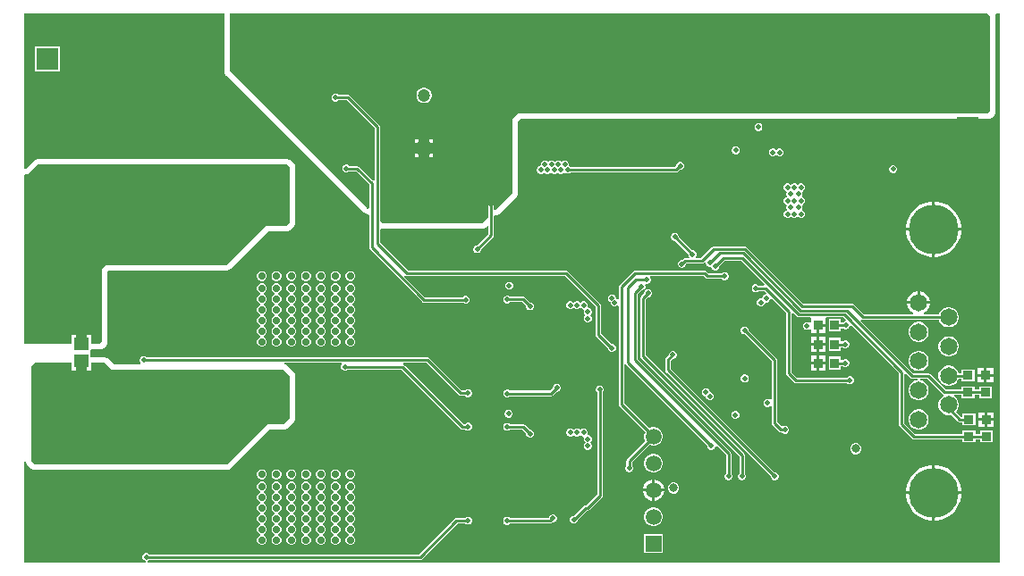
<source format=gbr>
%TF.GenerationSoftware,Altium Limited,Altium Designer,24.6.1 (21)*%
G04 Layer_Physical_Order=4*
G04 Layer_Color=16711680*
%FSLAX45Y45*%
%MOMM*%
%TF.SameCoordinates,FD53202A-208C-403B-AAB2-15DF5564725B*%
%TF.FilePolarity,Positive*%
%TF.FileFunction,Copper,L4,Bot,Signal*%
%TF.Part,Single*%
G01*
G75*
%TA.AperFunction,SMDPad,CuDef*%
%ADD23R,0.95000X0.85000*%
%ADD26R,1.40000X1.30000*%
%ADD30R,0.85000X0.95000*%
%TA.AperFunction,Conductor*%
%ADD39C,0.25400*%
%TA.AperFunction,ComponentPad*%
%ADD43C,2.10000*%
%ADD44R,2.10000X2.10000*%
%ADD45C,1.20000*%
%ADD46R,1.20000X1.20000*%
%ADD47C,1.65000*%
%ADD48C,4.72500*%
%ADD49C,1.50000*%
%ADD50R,1.50000X1.50000*%
%TA.AperFunction,ViaPad*%
%ADD51C,0.70000*%
%ADD52C,0.50000*%
%ADD53C,0.80000*%
G36*
X11709400Y12331700D02*
Y11430000D01*
X11684000Y11404600D01*
X7239000D01*
X7188200Y11353800D01*
Y10655300D01*
X7022631Y10489731D01*
X7010898Y10494591D01*
Y10541000D01*
X7008926Y10550911D01*
X7003312Y10559312D01*
X6994911Y10564926D01*
X6985000Y10566898D01*
X6975089Y10564926D01*
X6966688Y10559312D01*
X6961074Y10550911D01*
X6959102Y10541000D01*
Y10426202D01*
X6896100Y10363200D01*
X5956300D01*
X5931398Y10388102D01*
Y11277600D01*
X5929426Y11287511D01*
X5923812Y11295912D01*
X5644412Y11575312D01*
X5636011Y11580926D01*
X5626100Y11582898D01*
X5539218D01*
X5533155Y11588961D01*
X5519299Y11594700D01*
X5504301D01*
X5490445Y11588961D01*
X5479839Y11578355D01*
X5474100Y11564499D01*
Y11549501D01*
X5479839Y11535645D01*
X5490445Y11525039D01*
X5504301Y11519300D01*
X5519299D01*
X5533155Y11525039D01*
X5539218Y11531102D01*
X5615373D01*
X5879602Y11266873D01*
Y10773883D01*
X5866902Y10768622D01*
X5733312Y10902212D01*
X5724911Y10907826D01*
X5715000Y10909798D01*
X5640818D01*
X5634755Y10915861D01*
X5620899Y10921600D01*
X5605901D01*
X5592045Y10915861D01*
X5581439Y10905255D01*
X5575700Y10891399D01*
Y10876401D01*
X5581439Y10862545D01*
X5592045Y10851939D01*
X5605901Y10846200D01*
X5620899D01*
X5634755Y10851939D01*
X5640818Y10858002D01*
X5704273D01*
X5828802Y10733473D01*
Y10507291D01*
X5817069Y10502431D01*
X4508500Y11811000D01*
Y12356602D01*
X11684498D01*
X11709400Y12331700D01*
D02*
G37*
G36*
X11797802Y7150598D02*
X3728835D01*
X3728599Y7163200D01*
X3742455Y7168939D01*
X3748518Y7175002D01*
X6311900D01*
X6321811Y7176974D01*
X6330212Y7182588D01*
X6666861Y7519236D01*
X6738383D01*
X6744445Y7513173D01*
X6758302Y7507434D01*
X6773300D01*
X6787156Y7513173D01*
X6797761Y7523778D01*
X6803501Y7537634D01*
Y7552633D01*
X6797761Y7566489D01*
X6787156Y7577094D01*
X6773300Y7582833D01*
X6758302D01*
X6744445Y7577094D01*
X6738383Y7571031D01*
X6656133D01*
X6646223Y7569060D01*
X6637821Y7563446D01*
X6301173Y7226798D01*
X3748518D01*
X3742455Y7232861D01*
X3728599Y7238600D01*
X3713601D01*
X3699745Y7232861D01*
X3689139Y7222255D01*
X3683400Y7208399D01*
Y7193401D01*
X3689139Y7179545D01*
X3699745Y7168939D01*
X3713601Y7163200D01*
X3713365Y7150598D01*
X2565898D01*
Y8106544D01*
X2578598Y8107795D01*
X2581047Y8095479D01*
X2592275Y8078675D01*
X2630375Y8040575D01*
X2647179Y8029347D01*
X2667000Y8025405D01*
X4483100D01*
X4502921Y8029347D01*
X4519725Y8040575D01*
X4885554Y8406405D01*
X5016500D01*
X5036321Y8410347D01*
X5053125Y8421575D01*
X5116625Y8485075D01*
X5127853Y8501879D01*
X5131795Y8521700D01*
Y8915400D01*
X5127853Y8935221D01*
X5116625Y8952025D01*
X5053125Y9015525D01*
X5036321Y9026753D01*
X5024005Y9029202D01*
X5025256Y9041902D01*
X5567026D01*
X5572287Y9029202D01*
X5568739Y9025655D01*
X5563000Y9011799D01*
Y8996801D01*
X5568739Y8982945D01*
X5579345Y8972339D01*
X5593201Y8966600D01*
X5608199D01*
X5622055Y8972339D01*
X5628118Y8978402D01*
X6136073D01*
X6696284Y8418191D01*
X6704686Y8412577D01*
X6714597Y8410606D01*
X6736979D01*
X6743042Y8404543D01*
X6756898Y8398803D01*
X6771897D01*
X6785753Y8404543D01*
X6796358Y8415148D01*
X6802097Y8429004D01*
Y8444002D01*
X6796358Y8457859D01*
X6785753Y8468464D01*
X6771897Y8474203D01*
X6756898D01*
X6743042Y8468464D01*
X6736979Y8462401D01*
X6725324D01*
X6165112Y9022612D01*
X6156711Y9028226D01*
X6151803Y9029202D01*
X6153054Y9041902D01*
X6371223D01*
X6677435Y8735691D01*
X6685837Y8730077D01*
X6695747Y8728106D01*
X6736979D01*
X6743042Y8722043D01*
X6756898Y8716303D01*
X6771897D01*
X6785753Y8722043D01*
X6796358Y8732648D01*
X6802097Y8746504D01*
Y8761502D01*
X6796358Y8775359D01*
X6785753Y8785964D01*
X6771897Y8791703D01*
X6756898D01*
X6743042Y8785964D01*
X6736979Y8779901D01*
X6706475D01*
X6400263Y9086112D01*
X6391861Y9091726D01*
X6381951Y9093698D01*
X3723118D01*
X3717055Y9099761D01*
X3703199Y9105500D01*
X3688201D01*
X3674345Y9099761D01*
X3663739Y9089155D01*
X3658000Y9075299D01*
Y9060301D01*
X3663739Y9046445D01*
X3666789Y9043395D01*
X3661528Y9030695D01*
X3412354D01*
X3364025Y9079025D01*
X3347221Y9090253D01*
X3327400Y9094195D01*
X3200918D01*
X3199017Y9093817D01*
X3188218Y9103016D01*
X3188218Y9136859D01*
X3188218Y9160921D01*
X3198035Y9168978D01*
X3200918Y9168405D01*
X3276600D01*
X3296421Y9172347D01*
X3313225Y9183575D01*
X3338625Y9208975D01*
X3349852Y9225779D01*
X3353795Y9245600D01*
X3353795Y9909946D01*
X3361554Y9917705D01*
X4483099D01*
X4483100Y9917705D01*
X4502921Y9921647D01*
X4519725Y9932875D01*
X4872854Y10286005D01*
X5041900D01*
X5061721Y10289947D01*
X5078525Y10301175D01*
X5116625Y10339275D01*
X5127853Y10356079D01*
X5131795Y10375900D01*
Y10896600D01*
X5127853Y10916421D01*
X5116625Y10933225D01*
X5091225Y10958625D01*
X5074421Y10969853D01*
X5054600Y10973795D01*
X2692400D01*
X2672579Y10969853D01*
X2655775Y10958625D01*
X2577631Y10880480D01*
X2565898Y10885341D01*
Y12356602D01*
X4456705D01*
Y11811000D01*
X4460647Y11791179D01*
X4471875Y11774375D01*
X5780445Y10465806D01*
X5797248Y10454578D01*
X5817070Y10450635D01*
X5828802Y10440998D01*
Y10134600D01*
X5830774Y10124689D01*
X5836388Y10116288D01*
X6331688Y9620988D01*
X6340089Y9615374D01*
X6350000Y9613402D01*
X6716282D01*
X6722345Y9607339D01*
X6736201Y9601600D01*
X6751199D01*
X6765055Y9607339D01*
X6775661Y9617945D01*
X6781400Y9631801D01*
Y9646799D01*
X6775661Y9660655D01*
X6765055Y9671261D01*
X6751199Y9677000D01*
X6736201D01*
X6722345Y9671261D01*
X6716282Y9665198D01*
X6360727D01*
X6165454Y9860471D01*
X6173550Y9870336D01*
X6174989Y9869374D01*
X6184900Y9867402D01*
X7685473D01*
X7975102Y9577773D01*
Y9309100D01*
X7977074Y9299189D01*
X7982688Y9290788D01*
X8090300Y9183175D01*
Y9174601D01*
X8096039Y9160745D01*
X8106645Y9150139D01*
X8120501Y9144400D01*
X8135499D01*
X8149355Y9150139D01*
X8159961Y9160745D01*
X8165700Y9174601D01*
Y9189599D01*
X8159961Y9203455D01*
X8149355Y9214061D01*
X8135499Y9219800D01*
X8126925D01*
X8026898Y9319827D01*
Y9588500D01*
X8024926Y9598411D01*
X8019312Y9606812D01*
X7714512Y9911612D01*
X7706111Y9917226D01*
X7696200Y9919198D01*
X6195627D01*
X5931398Y10183427D01*
Y10304631D01*
X5944098Y10313832D01*
X5956300Y10311405D01*
X6896100D01*
X6915921Y10315347D01*
X6932725Y10326575D01*
X6947369Y10341220D01*
X6959102Y10336359D01*
Y10261359D01*
X6854387Y10156643D01*
X6845813D01*
X6831956Y10150904D01*
X6821351Y10140299D01*
X6815612Y10126443D01*
Y10111444D01*
X6821351Y10097588D01*
X6831956Y10086983D01*
X6845813Y10081243D01*
X6860811D01*
X6874667Y10086983D01*
X6885272Y10097588D01*
X6891012Y10111444D01*
Y10120019D01*
X7003312Y10232319D01*
X7008926Y10240721D01*
X7010898Y10250632D01*
Y10428888D01*
X7022630Y10437936D01*
X7042452Y10441878D01*
X7059255Y10453106D01*
X7224825Y10618675D01*
X7236053Y10635479D01*
X7239995Y10655300D01*
Y11332346D01*
X7260454Y11352805D01*
X11684000D01*
X11703821Y11356747D01*
X11720625Y11367975D01*
X11746025Y11393375D01*
X11757253Y11410179D01*
X11761195Y11430000D01*
Y12331700D01*
X11758768Y12343902D01*
X11767969Y12356602D01*
X11797802D01*
Y7150598D01*
D02*
G37*
G36*
X5080000Y10896600D02*
Y10375900D01*
X5041900Y10337800D01*
X4851400D01*
X4483100Y9969500D01*
X3340100D01*
X3302000Y9931400D01*
X3302000Y9245600D01*
X3276600Y9220200D01*
X3200918D01*
Y9309559D01*
X3155518D01*
Y9219159D01*
X3055518D01*
Y9309559D01*
X3010118D01*
Y9220200D01*
X2565898D01*
Y10819638D01*
X2577630Y10828685D01*
X2597452Y10832628D01*
X2614255Y10843855D01*
X2688793Y10918393D01*
D01*
X2692400Y10922000D01*
X5054600D01*
X5080000Y10896600D01*
D02*
G37*
G36*
X3155518Y8968760D02*
X3200918D01*
Y9042400D01*
X3327400D01*
X3390900Y8978900D01*
X5016500D01*
X5080000Y8915400D01*
Y8521700D01*
X5016500Y8458200D01*
X4864100D01*
X4483100Y8077200D01*
X2667000D01*
X2628900Y8115300D01*
Y9004300D01*
X2667000Y9042400D01*
X3010118D01*
Y8968760D01*
X3055518D01*
Y9059159D01*
X3155518D01*
Y8968760D01*
D02*
G37*
%LPC*%
G36*
X6359571Y11651100D02*
X6340429D01*
X6321939Y11646146D01*
X6305361Y11636574D01*
X6291826Y11623039D01*
X6282254Y11606461D01*
X6277300Y11587971D01*
Y11568829D01*
X6282254Y11550339D01*
X6291826Y11533761D01*
X6305361Y11520226D01*
X6321939Y11510654D01*
X6340429Y11505700D01*
X6359571D01*
X6378061Y11510654D01*
X6394639Y11520226D01*
X6408174Y11533761D01*
X6417746Y11550339D01*
X6422700Y11568829D01*
Y11587971D01*
X6417746Y11606461D01*
X6408174Y11623039D01*
X6394639Y11636574D01*
X6378061Y11646146D01*
X6359571Y11651100D01*
D02*
G37*
G36*
X6435400Y11163800D02*
X6400000D01*
Y11128400D01*
X6435400D01*
Y11163800D01*
D02*
G37*
G36*
X6300000D02*
X6264600D01*
Y11128400D01*
X6300000D01*
Y11163800D01*
D02*
G37*
G36*
X6435400Y11028400D02*
X6400000D01*
Y10993000D01*
X6435400D01*
Y11028400D01*
D02*
G37*
G36*
X6300000D02*
X6264600D01*
Y10993000D01*
X6300000D01*
Y11028400D01*
D02*
G37*
G36*
X2899000Y12039000D02*
X2663600D01*
Y11803600D01*
X2899000D01*
Y12039000D01*
D02*
G37*
G36*
X9522643Y11314752D02*
X9507645D01*
X9493788Y11309013D01*
X9483183Y11298408D01*
X9477444Y11284551D01*
Y11269553D01*
X9483183Y11255697D01*
X9493788Y11245092D01*
X9507645Y11239352D01*
X9522643D01*
X9536499Y11245092D01*
X9547104Y11255697D01*
X9552844Y11269553D01*
Y11284551D01*
X9547104Y11298408D01*
X9536499Y11309013D01*
X9522643Y11314752D01*
D02*
G37*
G36*
X9722999Y11074000D02*
X9708001D01*
X9694145Y11068261D01*
X9683750Y11057866D01*
X9673355Y11068261D01*
X9659499Y11074000D01*
X9644501D01*
X9630645Y11068261D01*
X9620039Y11057655D01*
X9614300Y11043799D01*
Y11028801D01*
X9620039Y11014945D01*
X9630645Y11004339D01*
X9644501Y10998600D01*
X9659499D01*
X9673355Y11004339D01*
X9683750Y11014734D01*
X9694145Y11004339D01*
X9708001Y10998600D01*
X9722999D01*
X9736855Y11004339D01*
X9747461Y11014945D01*
X9753200Y11028801D01*
Y11043799D01*
X9747461Y11057655D01*
X9736855Y11068261D01*
X9722999Y11074000D01*
D02*
G37*
G36*
X9308464Y11095949D02*
X9293466D01*
X9279610Y11090209D01*
X9269004Y11079604D01*
X9263265Y11065748D01*
Y11050750D01*
X9269004Y11036893D01*
X9279610Y11026288D01*
X9293466Y11020549D01*
X9308464D01*
X9322320Y11026288D01*
X9332925Y11036893D01*
X9338665Y11050750D01*
Y11065748D01*
X9332925Y11079604D01*
X9322320Y11090209D01*
X9308464Y11095949D01*
D02*
G37*
G36*
X7690999Y10959700D02*
X7676001D01*
X7662145Y10953961D01*
X7651750Y10943566D01*
X7641355Y10953961D01*
X7627499Y10959700D01*
X7612501D01*
X7598645Y10953961D01*
X7588250Y10943566D01*
X7577855Y10953961D01*
X7563999Y10959700D01*
X7549001D01*
X7535145Y10953961D01*
X7524750Y10943566D01*
X7514355Y10953961D01*
X7500499Y10959700D01*
X7485501D01*
X7471645Y10953961D01*
X7461039Y10943355D01*
X7455300Y10929499D01*
Y10914501D01*
X7444390Y10907653D01*
X7433545Y10903161D01*
X7422939Y10892555D01*
X7417200Y10878699D01*
Y10863701D01*
X7422939Y10849845D01*
X7433545Y10839239D01*
X7447401Y10833500D01*
X7462399D01*
X7476255Y10839239D01*
X7486650Y10849634D01*
X7497045Y10839239D01*
X7510901Y10833500D01*
X7525899D01*
X7539755Y10839239D01*
X7550150Y10849634D01*
X7560545Y10839239D01*
X7574401Y10833500D01*
X7589399D01*
X7603255Y10839239D01*
X7613650Y10849634D01*
X7624045Y10839239D01*
X7637901Y10833500D01*
X7652899D01*
X7666755Y10839239D01*
X7676994Y10849478D01*
X7686049Y10840423D01*
X7699905Y10834684D01*
X7714904D01*
X7728760Y10840423D01*
X7734823Y10846486D01*
X8732127D01*
X8742038Y10848457D01*
X8750439Y10854071D01*
X8768036Y10871668D01*
X8768201Y10871600D01*
X8783199D01*
X8797055Y10877339D01*
X8807661Y10887945D01*
X8813400Y10901801D01*
Y10916799D01*
X8807661Y10930655D01*
X8797055Y10941261D01*
X8783199Y10947000D01*
X8768201D01*
X8754345Y10941261D01*
X8743739Y10930655D01*
X8738000Y10916799D01*
Y10914881D01*
X8721400Y10898281D01*
X7734823D01*
X7728760Y10904344D01*
X7718716Y10908504D01*
X7721200Y10914501D01*
Y10929499D01*
X7715461Y10943355D01*
X7704855Y10953961D01*
X7690999Y10959700D01*
D02*
G37*
G36*
X10797713Y10915669D02*
X10782715D01*
X10768858Y10909929D01*
X10758253Y10899324D01*
X10752514Y10885468D01*
Y10870469D01*
X10758253Y10856613D01*
X10768858Y10846008D01*
X10782715Y10840269D01*
X10797713D01*
X10811569Y10846008D01*
X10822174Y10856613D01*
X10827914Y10870469D01*
Y10885468D01*
X10822174Y10899324D01*
X10811569Y10909929D01*
X10797713Y10915669D01*
D02*
G37*
G36*
X9926199Y10743800D02*
X9911201D01*
X9897345Y10738061D01*
X9886950Y10727666D01*
X9876555Y10738061D01*
X9862699Y10743800D01*
X9847701D01*
X9833845Y10738061D01*
X9823450Y10727666D01*
X9813055Y10738061D01*
X9799199Y10743800D01*
X9784201D01*
X9770345Y10738061D01*
X9759739Y10727455D01*
X9754000Y10713599D01*
Y10698601D01*
X9759739Y10684745D01*
X9770345Y10674139D01*
X9775733Y10671908D01*
X9783633Y10665229D01*
X9782083Y10656577D01*
X9779400Y10650099D01*
Y10635101D01*
X9782083Y10628623D01*
X9783633Y10619971D01*
X9775733Y10613292D01*
X9770345Y10611061D01*
X9759739Y10600455D01*
X9754000Y10586599D01*
Y10571601D01*
X9759739Y10557745D01*
X9770345Y10547139D01*
X9775733Y10544908D01*
X9783633Y10538229D01*
X9782083Y10529577D01*
X9779400Y10523099D01*
Y10508101D01*
X9782083Y10501623D01*
X9783633Y10492971D01*
X9775733Y10486292D01*
X9770345Y10484061D01*
X9759739Y10473455D01*
X9754000Y10459599D01*
Y10444601D01*
X9759739Y10430745D01*
X9770345Y10420139D01*
X9784201Y10414400D01*
X9799199D01*
X9813055Y10420139D01*
X9823450Y10430534D01*
X9833845Y10420139D01*
X9847701Y10414400D01*
X9862699D01*
X9876555Y10420139D01*
X9886950Y10430534D01*
X9897345Y10420139D01*
X9911201Y10414400D01*
X9926199D01*
X9940055Y10420139D01*
X9950661Y10430745D01*
X9956400Y10444601D01*
Y10459599D01*
X9950661Y10473455D01*
X9940055Y10484061D01*
X9934667Y10486292D01*
X9926767Y10492971D01*
X9928317Y10501623D01*
X9931000Y10508101D01*
Y10523099D01*
X9928317Y10529577D01*
X9926767Y10538229D01*
X9934667Y10544908D01*
X9940055Y10547139D01*
X9950661Y10557745D01*
X9956400Y10571601D01*
Y10586599D01*
X9950661Y10600455D01*
X9940055Y10611061D01*
X9934667Y10613292D01*
X9926767Y10619971D01*
X9928317Y10628623D01*
X9931000Y10635101D01*
Y10650099D01*
X9928317Y10656577D01*
X9926767Y10665229D01*
X9934667Y10671908D01*
X9940055Y10674139D01*
X9950661Y10684745D01*
X9956400Y10698601D01*
Y10713599D01*
X9950661Y10727455D01*
X9940055Y10738061D01*
X9926199Y10743800D01*
D02*
G37*
G36*
X11199470Y10569850D02*
X11186400D01*
Y10320900D01*
X11435350D01*
Y10333970D01*
X11425295Y10384521D01*
X11405571Y10432138D01*
X11376937Y10474992D01*
X11340492Y10511437D01*
X11297638Y10540071D01*
X11250020Y10559795D01*
X11199470Y10569850D01*
D02*
G37*
G36*
X11161000D02*
X11147930D01*
X11097380Y10559795D01*
X11049762Y10540071D01*
X11006908Y10511437D01*
X10970463Y10474992D01*
X10941829Y10432138D01*
X10922105Y10384521D01*
X10912050Y10333970D01*
Y10320900D01*
X11161000D01*
Y10569850D01*
D02*
G37*
G36*
X11435350Y10295500D02*
X11186400D01*
Y10046550D01*
X11199470D01*
X11250020Y10056605D01*
X11297638Y10076329D01*
X11340492Y10104963D01*
X11376937Y10141408D01*
X11405571Y10184262D01*
X11425295Y10231880D01*
X11435350Y10282430D01*
Y10295500D01*
D02*
G37*
G36*
X11161000D02*
X10912050D01*
Y10282430D01*
X10922105Y10231880D01*
X10941829Y10184262D01*
X10970463Y10141408D01*
X11006908Y10104963D01*
X11049762Y10076329D01*
X11097380Y10056605D01*
X11147930Y10046550D01*
X11161000D01*
Y10295500D01*
D02*
G37*
G36*
X9004300Y9919198D02*
X8343900D01*
X8333989Y9917226D01*
X8325588Y9911612D01*
X8198588Y9784612D01*
X8192974Y9776211D01*
X8191002Y9766300D01*
Y9647974D01*
X8178302Y9642714D01*
X8175155Y9645861D01*
X8165700Y9649777D01*
Y9659499D01*
X8159961Y9673355D01*
X8149355Y9683961D01*
X8135499Y9689700D01*
X8120501D01*
X8106645Y9683961D01*
X8096039Y9673355D01*
X8090300Y9659499D01*
Y9644501D01*
X8096039Y9630645D01*
X8106645Y9620039D01*
X8116100Y9616123D01*
Y9606401D01*
X8121839Y9592545D01*
X8132445Y9581939D01*
X8146301Y9576200D01*
X8161299D01*
X8175155Y9581939D01*
X8178302Y9585086D01*
X8191002Y9579826D01*
Y8648700D01*
X8192974Y8638789D01*
X8198588Y8630388D01*
X8444094Y8384882D01*
X8439977Y8377751D01*
X8434000Y8355446D01*
Y8332354D01*
X8439977Y8310049D01*
X8444094Y8302918D01*
X8273346Y8132171D01*
X8267733Y8123769D01*
X8265761Y8113859D01*
Y8069042D01*
X8259698Y8062979D01*
X8253959Y8049123D01*
Y8034125D01*
X8259698Y8020268D01*
X8270303Y8009663D01*
X8284160Y8003924D01*
X8299158D01*
X8313014Y8009663D01*
X8323619Y8020268D01*
X8329359Y8034125D01*
Y8049123D01*
X8323619Y8062979D01*
X8317556Y8069042D01*
Y8103132D01*
X8480718Y8266294D01*
X8487849Y8262177D01*
X8510154Y8256200D01*
X8533246D01*
X8555551Y8262177D01*
X8575549Y8273723D01*
X8591877Y8290051D01*
X8603423Y8310049D01*
X8609400Y8332354D01*
Y8355446D01*
X8603423Y8377751D01*
X8591877Y8397749D01*
X8575549Y8414077D01*
X8555551Y8425623D01*
X8533246Y8431600D01*
X8510154D01*
X8487849Y8425623D01*
X8480718Y8421506D01*
X8242798Y8659427D01*
Y9036146D01*
X8255498Y9037397D01*
X8256474Y9032489D01*
X8262088Y9024088D01*
X9030100Y8256075D01*
Y8247501D01*
X9035839Y8233645D01*
X9046445Y8223039D01*
X9060301Y8217300D01*
X9075299D01*
X9089155Y8223039D01*
X9099761Y8233645D01*
X9105500Y8247501D01*
Y8251615D01*
X9118200Y8256875D01*
X9205911Y8169165D01*
Y7993114D01*
X9199848Y7987051D01*
X9194108Y7973195D01*
Y7958196D01*
X9199848Y7944340D01*
X9210453Y7933735D01*
X9224309Y7927996D01*
X9239307D01*
X9253164Y7933735D01*
X9263769Y7944340D01*
X9269508Y7958196D01*
Y7973195D01*
X9263769Y7987051D01*
X9257706Y7993114D01*
Y8179892D01*
X9255735Y8189802D01*
X9250121Y8198204D01*
X8369798Y9078527D01*
Y9692073D01*
X8406325Y9728600D01*
X8414899D01*
X8428755Y9734339D01*
X8439361Y9744945D01*
X8445100Y9758801D01*
Y9773799D01*
X8441663Y9782097D01*
X8450701Y9792100D01*
X8465699D01*
X8479555Y9797839D01*
X8490161Y9808445D01*
X8495900Y9822301D01*
Y9837299D01*
X8490161Y9851155D01*
X8486613Y9854702D01*
X8491874Y9867402D01*
X8993573D01*
X9015685Y9845291D01*
X9024086Y9839677D01*
X9033997Y9837706D01*
X9168302D01*
X9174365Y9831643D01*
X9188221Y9825903D01*
X9203220D01*
X9217076Y9831643D01*
X9227681Y9842248D01*
X9233420Y9856104D01*
Y9871102D01*
X9227681Y9884959D01*
X9217076Y9895564D01*
X9203220Y9901303D01*
X9188221D01*
X9174365Y9895564D01*
X9168302Y9889501D01*
X9044724D01*
X9022613Y9911612D01*
X9014211Y9917226D01*
X9004300Y9919198D01*
D02*
G37*
G36*
X5660988Y9911200D02*
X5642012D01*
X5624480Y9903938D01*
X5611062Y9890520D01*
X5603800Y9872988D01*
Y9854012D01*
X5611062Y9836480D01*
X5624480Y9823062D01*
X5642012Y9815800D01*
X5660988D01*
X5678520Y9823062D01*
X5691938Y9836480D01*
X5699200Y9854012D01*
Y9872988D01*
X5691938Y9890520D01*
X5678520Y9903938D01*
X5660988Y9911200D01*
D02*
G37*
G36*
X5521288D02*
X5502312D01*
X5484780Y9903938D01*
X5471362Y9890520D01*
X5464100Y9872988D01*
Y9854012D01*
X5471362Y9836480D01*
X5484780Y9823062D01*
X5502312Y9815800D01*
X5521288D01*
X5538820Y9823062D01*
X5552238Y9836480D01*
X5559500Y9854012D01*
Y9872988D01*
X5552238Y9890520D01*
X5538820Y9903938D01*
X5521288Y9911200D01*
D02*
G37*
G36*
X5381588D02*
X5362612D01*
X5345080Y9903938D01*
X5331662Y9890520D01*
X5324400Y9872988D01*
Y9854012D01*
X5331662Y9836480D01*
X5345080Y9823062D01*
X5362612Y9815800D01*
X5381588D01*
X5399120Y9823062D01*
X5412538Y9836480D01*
X5419800Y9854012D01*
Y9872988D01*
X5412538Y9890520D01*
X5399120Y9903938D01*
X5381588Y9911200D01*
D02*
G37*
G36*
X5241888D02*
X5222912D01*
X5205380Y9903938D01*
X5191962Y9890520D01*
X5184700Y9872988D01*
Y9854012D01*
X5191962Y9836480D01*
X5205380Y9823062D01*
X5222912Y9815800D01*
X5241888D01*
X5259420Y9823062D01*
X5272838Y9836480D01*
X5280100Y9854012D01*
Y9872988D01*
X5272838Y9890520D01*
X5259420Y9903938D01*
X5241888Y9911200D01*
D02*
G37*
G36*
X5102188D02*
X5083212D01*
X5065680Y9903938D01*
X5052262Y9890520D01*
X5045000Y9872988D01*
Y9854012D01*
X5052262Y9836480D01*
X5065680Y9823062D01*
X5083212Y9815800D01*
X5102188D01*
X5119720Y9823062D01*
X5133138Y9836480D01*
X5140400Y9854012D01*
Y9872988D01*
X5133138Y9890520D01*
X5119720Y9903938D01*
X5102188Y9911200D01*
D02*
G37*
G36*
X4962488D02*
X4943512D01*
X4925980Y9903938D01*
X4912562Y9890520D01*
X4905300Y9872988D01*
Y9854012D01*
X4912562Y9836480D01*
X4925980Y9823062D01*
X4943512Y9815800D01*
X4962488D01*
X4980020Y9823062D01*
X4993438Y9836480D01*
X5000700Y9854012D01*
Y9872988D01*
X4993438Y9890520D01*
X4980020Y9903938D01*
X4962488Y9911200D01*
D02*
G37*
G36*
X4822788D02*
X4803812D01*
X4786280Y9903938D01*
X4772862Y9890520D01*
X4765600Y9872988D01*
Y9854012D01*
X4772862Y9836480D01*
X4786280Y9823062D01*
X4803812Y9815800D01*
X4822788D01*
X4840320Y9823062D01*
X4853738Y9836480D01*
X4861000Y9854012D01*
Y9872988D01*
X4853738Y9890520D01*
X4840320Y9903938D01*
X4822788Y9911200D01*
D02*
G37*
G36*
X8732399Y10273900D02*
X8717401D01*
X8703545Y10268161D01*
X8692939Y10257555D01*
X8687200Y10243699D01*
Y10228701D01*
X8692939Y10214845D01*
X8703545Y10204239D01*
X8717401Y10198500D01*
X8725975D01*
X8852300Y10072175D01*
Y10063601D01*
X8858039Y10049745D01*
X8861587Y10046198D01*
X8856326Y10033498D01*
X8819203D01*
X8809293Y10031526D01*
X8800891Y10025912D01*
X8791195Y10016217D01*
X8782621D01*
X8768765Y10010478D01*
X8758160Y9999872D01*
X8752420Y9986016D01*
Y9971018D01*
X8758160Y9957162D01*
X8768765Y9946556D01*
X8782621Y9940817D01*
X8797619D01*
X8811475Y9946556D01*
X8822081Y9957162D01*
X8827820Y9971018D01*
Y9979592D01*
X8829930Y9981702D01*
X8978900D01*
X8988811Y9983674D01*
X8997212Y9989288D01*
X9005504Y9997579D01*
X9018204Y9992318D01*
Y9983043D01*
X9023943Y9969187D01*
X9034548Y9958582D01*
X9048405Y9952842D01*
X9063402D01*
X9069286Y9948911D01*
Y9946686D01*
X9075026Y9932830D01*
X9085631Y9922224D01*
X9099487Y9916485D01*
X9114485D01*
X9128341Y9922224D01*
X9138947Y9932830D01*
X9144686Y9946686D01*
Y9955260D01*
X9196528Y10007102D01*
X9349173D01*
X9569835Y9786440D01*
X9564575Y9773740D01*
X9516439D01*
X9510376Y9779803D01*
X9496519Y9785542D01*
X9481521D01*
X9467665Y9779803D01*
X9457060Y9769198D01*
X9451320Y9755341D01*
Y9740343D01*
X9457060Y9726487D01*
X9467665Y9715882D01*
X9481521Y9710142D01*
X9496519D01*
X9510376Y9715882D01*
X9516439Y9721945D01*
X9570830D01*
X9590375Y9702400D01*
X9585115Y9689700D01*
X9581001D01*
X9567145Y9683961D01*
X9556539Y9673355D01*
X9552047Y9662510D01*
X9545199Y9651600D01*
X9530201D01*
X9516345Y9645861D01*
X9505739Y9635255D01*
X9500000Y9621399D01*
Y9606401D01*
X9505739Y9592545D01*
X9516345Y9581939D01*
X9530201Y9576200D01*
X9545199D01*
X9559055Y9581939D01*
X9569661Y9592545D01*
X9574153Y9603390D01*
X9581001Y9614300D01*
X9595999D01*
X9609855Y9620039D01*
X9620461Y9630645D01*
X9626200Y9644501D01*
Y9648615D01*
X9638900Y9653875D01*
X9778502Y9514273D01*
Y8940800D01*
X9780474Y8930889D01*
X9786088Y8922488D01*
X9851357Y8857218D01*
X9859759Y8851604D01*
X9869670Y8849633D01*
X10353114D01*
X10359177Y8843570D01*
X10373033Y8837830D01*
X10388031D01*
X10401887Y8843570D01*
X10412493Y8854175D01*
X10418232Y8868031D01*
Y8883029D01*
X10412493Y8896885D01*
X10401887Y8907491D01*
X10388031Y8913230D01*
X10373033D01*
X10359177Y8907491D01*
X10353114Y8901428D01*
X9880397D01*
X9830298Y8951527D01*
Y9508017D01*
X9842998Y9513278D01*
X9874988Y9481288D01*
X9883389Y9475674D01*
X9893300Y9473702D01*
X9998510D01*
X10010259Y9471408D01*
X10010260Y9461002D01*
Y9427331D01*
X9997560Y9422071D01*
X9996558Y9423072D01*
X9982702Y9428811D01*
X9967704D01*
X9953848Y9423072D01*
X9943242Y9412467D01*
X9937503Y9398611D01*
Y9383612D01*
X9943242Y9369756D01*
X9953848Y9359151D01*
X9967704Y9353412D01*
X9982702D01*
X9996558Y9359151D01*
X9997560Y9360152D01*
X10010260Y9354892D01*
Y9325608D01*
X10065459D01*
Y9398507D01*
X10078159D01*
Y9411207D01*
X10146060D01*
X10146060Y9471408D01*
X10157809Y9473702D01*
X10314373D01*
X10341956Y9446119D01*
X10336696Y9433419D01*
X10333535D01*
X10319679Y9427680D01*
X10313616Y9421617D01*
X10293360D01*
Y9458708D01*
X10182960D01*
Y9338308D01*
X10293360D01*
Y9369821D01*
X10313616D01*
X10319679Y9363759D01*
X10333535Y9358019D01*
X10348533D01*
X10362389Y9363759D01*
X10372994Y9374364D01*
X10378734Y9388220D01*
Y9391381D01*
X10391434Y9396642D01*
X10845302Y8942773D01*
Y8458200D01*
X10847274Y8448289D01*
X10852888Y8439888D01*
X10967188Y8325588D01*
X10975589Y8319974D01*
X10985500Y8318002D01*
X11448300D01*
Y8289900D01*
X11568700D01*
Y8318002D01*
X11611100D01*
Y8288700D01*
X11731500D01*
Y8399100D01*
X11611100D01*
Y8369798D01*
X11568700D01*
Y8400300D01*
X11448300D01*
Y8369798D01*
X10996227D01*
X10897098Y8468927D01*
Y8936517D01*
X10909798Y8941778D01*
X10954488Y8897088D01*
X10962889Y8891474D01*
X10972800Y8889502D01*
X11018931D01*
X11019166Y8876900D01*
X10994954Y8870412D01*
X10973246Y8857879D01*
X10955521Y8840154D01*
X10942988Y8818446D01*
X10936500Y8794233D01*
Y8769167D01*
X10942988Y8744954D01*
X10955521Y8723246D01*
X10973246Y8705521D01*
X10994954Y8692988D01*
X11019167Y8686500D01*
X11044233D01*
X11068446Y8692988D01*
X11090154Y8705521D01*
X11107879Y8723246D01*
X11120412Y8744954D01*
X11126900Y8769167D01*
Y8794233D01*
X11120412Y8818446D01*
X11107879Y8840154D01*
X11090154Y8857879D01*
X11068446Y8870412D01*
X11044234Y8876900D01*
X11044469Y8889502D01*
X11114473D01*
X11260900Y8743075D01*
X11266457Y8739362D01*
X11267758Y8729277D01*
X11266948Y8724981D01*
X11257246Y8719379D01*
X11239521Y8701654D01*
X11226988Y8679946D01*
X11220500Y8655734D01*
Y8630667D01*
X11226988Y8606454D01*
X11239521Y8584746D01*
X11257246Y8567021D01*
X11278954Y8554488D01*
X11303167Y8548000D01*
X11328233D01*
X11338835Y8550841D01*
X11402888Y8486788D01*
X11411289Y8481174D01*
X11421200Y8479202D01*
X11448300D01*
Y8449900D01*
X11568700D01*
Y8560300D01*
X11448300D01*
Y8530998D01*
X11431927D01*
X11385029Y8577896D01*
X11391879Y8584746D01*
X11404412Y8606454D01*
X11410900Y8630667D01*
Y8655734D01*
X11404412Y8679946D01*
X11391879Y8701654D01*
X11374154Y8719379D01*
X11368246Y8722790D01*
X11371649Y8735490D01*
X11439590D01*
Y8706188D01*
X11559990D01*
Y8735490D01*
X11604690D01*
Y8706188D01*
X11725090D01*
Y8816588D01*
X11604690D01*
Y8787285D01*
X11559990D01*
Y8816588D01*
X11439590D01*
Y8787285D01*
X11289940D01*
X11143512Y8933712D01*
X11135111Y8939326D01*
X11125200Y8941298D01*
X10983527D01*
X10483454Y9441371D01*
X10491550Y9451236D01*
X10492989Y9450274D01*
X10502900Y9448302D01*
X11224081D01*
X11226988Y9437454D01*
X11239521Y9415746D01*
X11257246Y9398021D01*
X11278954Y9385488D01*
X11303167Y9379000D01*
X11328233D01*
X11352446Y9385488D01*
X11374154Y9398021D01*
X11391879Y9415746D01*
X11404412Y9437454D01*
X11410900Y9461667D01*
Y9486733D01*
X11404412Y9510946D01*
X11391879Y9532654D01*
X11374154Y9550379D01*
X11352446Y9562912D01*
X11328233Y9569400D01*
X11303167D01*
X11278954Y9562912D01*
X11257246Y9550379D01*
X11239521Y9532654D01*
X11226988Y9510946D01*
X11224081Y9500098D01*
X11081120D01*
X11080158Y9501713D01*
X11084545Y9518618D01*
X11097952Y9526359D01*
X11118042Y9546448D01*
X11132247Y9571052D01*
X11139600Y9598495D01*
Y9600001D01*
X11031700D01*
X10923800D01*
Y9598495D01*
X10931153Y9571052D01*
X10945359Y9546448D01*
X10965448Y9526359D01*
X10978855Y9518618D01*
X10983242Y9501713D01*
X10982281Y9500098D01*
X10513627D01*
X10419612Y9594112D01*
X10411211Y9599726D01*
X10401300Y9601698D01*
X9942127D01*
X9403612Y10140212D01*
X9395211Y10145826D01*
X9385300Y10147798D01*
X9093200D01*
X9083289Y10145826D01*
X9074888Y10140212D01*
X8968173Y10033498D01*
X8923674D01*
X8918413Y10046198D01*
X8921961Y10049745D01*
X8927700Y10063601D01*
Y10078599D01*
X8921961Y10092455D01*
X8911355Y10103061D01*
X8897499Y10108800D01*
X8888925D01*
X8762600Y10235125D01*
Y10243699D01*
X8756861Y10257555D01*
X8746255Y10268161D01*
X8732399Y10273900D01*
D02*
G37*
G36*
X7163581Y9809982D02*
X7148583D01*
X7134727Y9804243D01*
X7124122Y9793638D01*
X7118382Y9779781D01*
Y9764783D01*
X7124122Y9750927D01*
X7134727Y9740322D01*
X7148583Y9734582D01*
X7163581D01*
X7177438Y9740322D01*
X7188043Y9750927D01*
X7193782Y9764783D01*
Y9779781D01*
X7188043Y9793638D01*
X7177438Y9804243D01*
X7163581Y9809982D01*
D02*
G37*
G36*
X11045905Y9720600D02*
X11044400D01*
Y9625401D01*
X11139600D01*
Y9626905D01*
X11132247Y9654348D01*
X11118042Y9678952D01*
X11097952Y9699042D01*
X11073348Y9713247D01*
X11045905Y9720600D01*
D02*
G37*
G36*
X11019000D02*
X11017495D01*
X10990052Y9713247D01*
X10965448Y9699042D01*
X10945359Y9678952D01*
X10931153Y9654348D01*
X10923800Y9626905D01*
Y9625401D01*
X11019000D01*
Y9720600D01*
D02*
G37*
G36*
X7868799Y9626200D02*
X7853801D01*
X7839945Y9620461D01*
X7829550Y9610066D01*
X7819155Y9620461D01*
X7805299Y9626200D01*
X7790301D01*
X7776445Y9620461D01*
X7766050Y9610066D01*
X7755655Y9620461D01*
X7741799Y9626200D01*
X7726801D01*
X7712945Y9620461D01*
X7702339Y9609855D01*
X7696600Y9595999D01*
Y9581001D01*
X7702339Y9567145D01*
X7712945Y9556539D01*
X7726801Y9550800D01*
X7741799D01*
X7755655Y9556539D01*
X7766050Y9566934D01*
X7776445Y9556539D01*
X7790301Y9550800D01*
X7805299D01*
X7819155Y9556539D01*
X7829550Y9566934D01*
X7839945Y9556539D01*
X7853801Y9550800D01*
X7855534D01*
X7864020Y9538100D01*
X7861700Y9532499D01*
Y9517501D01*
X7867439Y9503645D01*
X7877834Y9493250D01*
X7867439Y9482855D01*
X7861700Y9468999D01*
Y9454001D01*
X7867439Y9440145D01*
X7878045Y9429539D01*
X7891901Y9423800D01*
X7906899D01*
X7920755Y9429539D01*
X7931361Y9440145D01*
X7937100Y9454001D01*
Y9468999D01*
X7931361Y9482855D01*
X7920966Y9493250D01*
X7931361Y9503645D01*
X7937100Y9517501D01*
Y9532499D01*
X7931361Y9546355D01*
X7920755Y9556961D01*
X7906899Y9562700D01*
X7905166D01*
X7896680Y9575400D01*
X7899000Y9581001D01*
Y9595999D01*
X7893261Y9609855D01*
X7882655Y9620461D01*
X7868799Y9626200D01*
D02*
G37*
G36*
X7143700Y9680039D02*
X7128702D01*
X7114846Y9674300D01*
X7104241Y9663695D01*
X7098501Y9649838D01*
Y9634840D01*
X7104241Y9620984D01*
X7114846Y9610379D01*
X7128702Y9604639D01*
X7143700D01*
X7157556Y9610379D01*
X7163619Y9616442D01*
X7277670D01*
X7315600Y9578512D01*
Y9569938D01*
X7321339Y9556081D01*
X7331945Y9545476D01*
X7345801Y9539737D01*
X7360799D01*
X7374655Y9545476D01*
X7385261Y9556081D01*
X7391000Y9569938D01*
Y9584936D01*
X7385261Y9598792D01*
X7374655Y9609397D01*
X7360799Y9615137D01*
X7352225D01*
X7306710Y9660652D01*
X7298308Y9666266D01*
X7288397Y9668237D01*
X7163619D01*
X7157556Y9674300D01*
X7143700Y9680039D01*
D02*
G37*
G36*
X10146060Y9385807D02*
X10090859D01*
Y9325608D01*
X10146060D01*
Y9385807D01*
D02*
G37*
G36*
X11044233Y9430900D02*
X11019167D01*
X10994954Y9424412D01*
X10973246Y9411879D01*
X10955521Y9394154D01*
X10942988Y9372446D01*
X10936500Y9348234D01*
Y9323167D01*
X10942988Y9298954D01*
X10955521Y9277246D01*
X10973246Y9259521D01*
X10994954Y9246988D01*
X11019167Y9240500D01*
X11044233D01*
X11068446Y9246988D01*
X11090154Y9259521D01*
X11107879Y9277246D01*
X11120412Y9298954D01*
X11126900Y9323167D01*
Y9348234D01*
X11120412Y9372446D01*
X11107879Y9394154D01*
X11090154Y9411879D01*
X11068446Y9424412D01*
X11044233Y9430900D01*
D02*
G37*
G36*
X10146060Y9290049D02*
X10090859D01*
Y9229848D01*
X10146060D01*
Y9290049D01*
D02*
G37*
G36*
X10065459D02*
X10010260D01*
Y9229848D01*
X10065459D01*
Y9290049D01*
D02*
G37*
G36*
X5660988Y9796900D02*
X5642012D01*
X5624480Y9789638D01*
X5611062Y9776220D01*
X5603800Y9758688D01*
Y9739712D01*
X5611062Y9722180D01*
X5624480Y9708762D01*
X5632903Y9705273D01*
Y9691527D01*
X5624480Y9688038D01*
X5611062Y9674620D01*
X5603800Y9657088D01*
Y9638112D01*
X5611062Y9620580D01*
X5624480Y9607162D01*
X5632903Y9603673D01*
Y9589927D01*
X5624480Y9586438D01*
X5611062Y9573020D01*
X5603800Y9555488D01*
Y9536512D01*
X5611062Y9518980D01*
X5624480Y9505562D01*
X5632903Y9502073D01*
Y9488327D01*
X5624480Y9484838D01*
X5611062Y9471420D01*
X5603800Y9453888D01*
Y9434912D01*
X5611062Y9417380D01*
X5624480Y9403962D01*
X5632903Y9400473D01*
Y9386727D01*
X5624480Y9383238D01*
X5611062Y9369820D01*
X5603800Y9352288D01*
Y9333312D01*
X5611062Y9315780D01*
X5624480Y9302362D01*
X5632903Y9298873D01*
Y9285127D01*
X5624480Y9281638D01*
X5611062Y9268220D01*
X5603800Y9250688D01*
Y9231712D01*
X5611062Y9214180D01*
X5624480Y9200762D01*
X5642012Y9193500D01*
X5660988D01*
X5678520Y9200762D01*
X5691938Y9214180D01*
X5699200Y9231712D01*
Y9250688D01*
X5691938Y9268220D01*
X5678520Y9281638D01*
X5670097Y9285127D01*
Y9298873D01*
X5678520Y9302362D01*
X5691938Y9315780D01*
X5699200Y9333312D01*
Y9352288D01*
X5691938Y9369820D01*
X5678520Y9383238D01*
X5670097Y9386727D01*
Y9400473D01*
X5678520Y9403962D01*
X5691938Y9417380D01*
X5699200Y9434912D01*
Y9453888D01*
X5691938Y9471420D01*
X5678520Y9484838D01*
X5670097Y9488327D01*
Y9502073D01*
X5678520Y9505562D01*
X5691938Y9518980D01*
X5699200Y9536512D01*
Y9555488D01*
X5691938Y9573020D01*
X5678520Y9586438D01*
X5670097Y9589927D01*
Y9603673D01*
X5678520Y9607162D01*
X5691938Y9620580D01*
X5699200Y9638112D01*
Y9657088D01*
X5691938Y9674620D01*
X5678520Y9688038D01*
X5670097Y9691527D01*
Y9705273D01*
X5678520Y9708762D01*
X5691938Y9722180D01*
X5699200Y9739712D01*
Y9758688D01*
X5691938Y9776220D01*
X5678520Y9789638D01*
X5660988Y9796900D01*
D02*
G37*
G36*
X5521288D02*
X5502312D01*
X5484780Y9789638D01*
X5471362Y9776220D01*
X5464100Y9758688D01*
Y9739712D01*
X5471362Y9722180D01*
X5484780Y9708762D01*
X5493203Y9705273D01*
Y9691527D01*
X5484780Y9688038D01*
X5471362Y9674620D01*
X5464100Y9657088D01*
Y9638112D01*
X5471362Y9620580D01*
X5484780Y9607162D01*
X5493203Y9603673D01*
Y9589927D01*
X5484780Y9586438D01*
X5471362Y9573020D01*
X5464100Y9555488D01*
Y9536512D01*
X5471362Y9518980D01*
X5484780Y9505562D01*
X5493203Y9502073D01*
Y9488327D01*
X5484780Y9484838D01*
X5471362Y9471420D01*
X5464100Y9453888D01*
Y9434912D01*
X5471362Y9417380D01*
X5484780Y9403962D01*
X5493203Y9400473D01*
Y9386727D01*
X5484780Y9383238D01*
X5471362Y9369820D01*
X5464100Y9352288D01*
Y9333312D01*
X5471362Y9315780D01*
X5484780Y9302362D01*
X5493203Y9298873D01*
Y9285127D01*
X5484780Y9281638D01*
X5471362Y9268220D01*
X5464100Y9250688D01*
Y9231712D01*
X5471362Y9214180D01*
X5484780Y9200762D01*
X5502312Y9193500D01*
X5521288D01*
X5538820Y9200762D01*
X5552238Y9214180D01*
X5559500Y9231712D01*
Y9250688D01*
X5552238Y9268220D01*
X5538820Y9281638D01*
X5530397Y9285127D01*
Y9298873D01*
X5538820Y9302362D01*
X5552238Y9315780D01*
X5559500Y9333312D01*
Y9352288D01*
X5552238Y9369820D01*
X5538820Y9383238D01*
X5530397Y9386727D01*
Y9400473D01*
X5538820Y9403962D01*
X5552238Y9417380D01*
X5559500Y9434912D01*
Y9453888D01*
X5552238Y9471420D01*
X5538820Y9484838D01*
X5530397Y9488327D01*
Y9502073D01*
X5538820Y9505562D01*
X5552238Y9518980D01*
X5559500Y9536512D01*
Y9555488D01*
X5552238Y9573020D01*
X5538820Y9586438D01*
X5530397Y9589927D01*
Y9603673D01*
X5538820Y9607162D01*
X5552238Y9620580D01*
X5559500Y9638112D01*
Y9657088D01*
X5552238Y9674620D01*
X5538820Y9688038D01*
X5530397Y9691527D01*
Y9705273D01*
X5538820Y9708762D01*
X5552238Y9722180D01*
X5559500Y9739712D01*
Y9758688D01*
X5552238Y9776220D01*
X5538820Y9789638D01*
X5521288Y9796900D01*
D02*
G37*
G36*
X5381588D02*
X5362612D01*
X5345080Y9789638D01*
X5331662Y9776220D01*
X5324400Y9758688D01*
Y9739712D01*
X5331662Y9722180D01*
X5345080Y9708762D01*
X5353503Y9705273D01*
Y9691527D01*
X5345080Y9688038D01*
X5331662Y9674620D01*
X5324400Y9657088D01*
Y9638112D01*
X5331662Y9620580D01*
X5345080Y9607162D01*
X5353503Y9603673D01*
Y9589927D01*
X5345080Y9586438D01*
X5331662Y9573020D01*
X5324400Y9555488D01*
Y9536512D01*
X5331662Y9518980D01*
X5345080Y9505562D01*
X5353503Y9502073D01*
Y9488327D01*
X5345080Y9484838D01*
X5331662Y9471420D01*
X5324400Y9453888D01*
Y9434912D01*
X5331662Y9417380D01*
X5345080Y9403962D01*
X5353503Y9400473D01*
Y9386727D01*
X5345080Y9383238D01*
X5331662Y9369820D01*
X5324400Y9352288D01*
Y9333312D01*
X5331662Y9315780D01*
X5345080Y9302362D01*
X5353503Y9298873D01*
Y9285127D01*
X5345080Y9281638D01*
X5331662Y9268220D01*
X5324400Y9250688D01*
Y9231712D01*
X5331662Y9214180D01*
X5345080Y9200762D01*
X5362612Y9193500D01*
X5381588D01*
X5399120Y9200762D01*
X5412538Y9214180D01*
X5419800Y9231712D01*
Y9250688D01*
X5412538Y9268220D01*
X5399120Y9281638D01*
X5390697Y9285127D01*
Y9298873D01*
X5399120Y9302362D01*
X5412538Y9315780D01*
X5419800Y9333312D01*
Y9352288D01*
X5412538Y9369820D01*
X5399120Y9383238D01*
X5390697Y9386727D01*
Y9400473D01*
X5399120Y9403962D01*
X5412538Y9417380D01*
X5419800Y9434912D01*
Y9453888D01*
X5412538Y9471420D01*
X5399120Y9484838D01*
X5390697Y9488327D01*
Y9502073D01*
X5399120Y9505562D01*
X5412538Y9518980D01*
X5419800Y9536512D01*
Y9555488D01*
X5412538Y9573020D01*
X5399120Y9586438D01*
X5390697Y9589927D01*
Y9603673D01*
X5399120Y9607162D01*
X5412538Y9620580D01*
X5419800Y9638112D01*
Y9657088D01*
X5412538Y9674620D01*
X5399120Y9688038D01*
X5390697Y9691527D01*
Y9705273D01*
X5399120Y9708762D01*
X5412538Y9722180D01*
X5419800Y9739712D01*
Y9758688D01*
X5412538Y9776220D01*
X5399120Y9789638D01*
X5381588Y9796900D01*
D02*
G37*
G36*
X5241888D02*
X5222912D01*
X5205380Y9789638D01*
X5191962Y9776220D01*
X5184700Y9758688D01*
Y9739712D01*
X5191962Y9722180D01*
X5205380Y9708762D01*
X5213803Y9705273D01*
Y9691527D01*
X5205380Y9688038D01*
X5191962Y9674620D01*
X5184700Y9657088D01*
Y9638112D01*
X5191962Y9620580D01*
X5205380Y9607162D01*
X5213803Y9603673D01*
Y9589927D01*
X5205380Y9586438D01*
X5191962Y9573020D01*
X5184700Y9555488D01*
Y9536512D01*
X5191962Y9518980D01*
X5205380Y9505562D01*
X5213803Y9502073D01*
Y9488327D01*
X5205380Y9484838D01*
X5191962Y9471420D01*
X5184700Y9453888D01*
Y9434912D01*
X5191962Y9417380D01*
X5205380Y9403962D01*
X5213803Y9400473D01*
Y9386727D01*
X5205380Y9383238D01*
X5191962Y9369820D01*
X5184700Y9352288D01*
Y9333312D01*
X5191962Y9315780D01*
X5205380Y9302362D01*
X5213803Y9298873D01*
Y9285127D01*
X5205380Y9281638D01*
X5191962Y9268220D01*
X5184700Y9250688D01*
Y9231712D01*
X5191962Y9214180D01*
X5205380Y9200762D01*
X5222912Y9193500D01*
X5241888D01*
X5259420Y9200762D01*
X5272838Y9214180D01*
X5280100Y9231712D01*
Y9250688D01*
X5272838Y9268220D01*
X5259420Y9281638D01*
X5250997Y9285127D01*
Y9298873D01*
X5259420Y9302362D01*
X5272838Y9315780D01*
X5280100Y9333312D01*
Y9352288D01*
X5272838Y9369820D01*
X5259420Y9383238D01*
X5250997Y9386727D01*
Y9400473D01*
X5259420Y9403962D01*
X5272838Y9417380D01*
X5280100Y9434912D01*
Y9453888D01*
X5272838Y9471420D01*
X5259420Y9484838D01*
X5250997Y9488327D01*
Y9502073D01*
X5259420Y9505562D01*
X5272838Y9518980D01*
X5280100Y9536512D01*
Y9555488D01*
X5272838Y9573020D01*
X5259420Y9586438D01*
X5250997Y9589927D01*
Y9603673D01*
X5259420Y9607162D01*
X5272838Y9620580D01*
X5280100Y9638112D01*
Y9657088D01*
X5272838Y9674620D01*
X5259420Y9688038D01*
X5250997Y9691527D01*
Y9705273D01*
X5259420Y9708762D01*
X5272838Y9722180D01*
X5280100Y9739712D01*
Y9758688D01*
X5272838Y9776220D01*
X5259420Y9789638D01*
X5241888Y9796900D01*
D02*
G37*
G36*
X5102188D02*
X5083212D01*
X5065680Y9789638D01*
X5052262Y9776220D01*
X5045000Y9758688D01*
Y9739712D01*
X5052262Y9722180D01*
X5065680Y9708762D01*
X5074103Y9705273D01*
Y9691527D01*
X5065680Y9688038D01*
X5052262Y9674620D01*
X5045000Y9657088D01*
Y9638112D01*
X5052262Y9620580D01*
X5065680Y9607162D01*
X5074103Y9603673D01*
Y9589927D01*
X5065680Y9586438D01*
X5052262Y9573020D01*
X5045000Y9555488D01*
Y9536512D01*
X5052262Y9518980D01*
X5065680Y9505562D01*
X5074103Y9502073D01*
Y9488327D01*
X5065680Y9484838D01*
X5052262Y9471420D01*
X5045000Y9453888D01*
Y9434912D01*
X5052262Y9417380D01*
X5065680Y9403962D01*
X5074103Y9400473D01*
Y9386727D01*
X5065680Y9383238D01*
X5052262Y9369820D01*
X5045000Y9352288D01*
Y9333312D01*
X5052262Y9315780D01*
X5065680Y9302362D01*
X5074103Y9298873D01*
Y9285127D01*
X5065680Y9281638D01*
X5052262Y9268220D01*
X5045000Y9250688D01*
Y9231712D01*
X5052262Y9214180D01*
X5065680Y9200762D01*
X5083212Y9193500D01*
X5102188D01*
X5119720Y9200762D01*
X5133138Y9214180D01*
X5140400Y9231712D01*
Y9250688D01*
X5133138Y9268220D01*
X5119720Y9281638D01*
X5111297Y9285127D01*
Y9298873D01*
X5119720Y9302362D01*
X5133138Y9315780D01*
X5140400Y9333312D01*
Y9352288D01*
X5133138Y9369820D01*
X5119720Y9383238D01*
X5111297Y9386727D01*
Y9400473D01*
X5119720Y9403962D01*
X5133138Y9417380D01*
X5140400Y9434912D01*
Y9453888D01*
X5133138Y9471420D01*
X5119720Y9484838D01*
X5111297Y9488327D01*
Y9502073D01*
X5119720Y9505562D01*
X5133138Y9518980D01*
X5140400Y9536512D01*
Y9555488D01*
X5133138Y9573020D01*
X5119720Y9586438D01*
X5111297Y9589927D01*
Y9603673D01*
X5119720Y9607162D01*
X5133138Y9620580D01*
X5140400Y9638112D01*
Y9657088D01*
X5133138Y9674620D01*
X5119720Y9688038D01*
X5111297Y9691527D01*
Y9705273D01*
X5119720Y9708762D01*
X5133138Y9722180D01*
X5140400Y9739712D01*
Y9758688D01*
X5133138Y9776220D01*
X5119720Y9789638D01*
X5102188Y9796900D01*
D02*
G37*
G36*
X4962488D02*
X4943512D01*
X4925980Y9789638D01*
X4912562Y9776220D01*
X4905300Y9758688D01*
Y9739712D01*
X4912562Y9722180D01*
X4925980Y9708762D01*
X4934403Y9705273D01*
Y9691527D01*
X4925980Y9688038D01*
X4912562Y9674620D01*
X4905300Y9657088D01*
Y9638112D01*
X4912562Y9620580D01*
X4925980Y9607162D01*
X4934403Y9603673D01*
Y9589927D01*
X4925980Y9586438D01*
X4912562Y9573020D01*
X4905300Y9555488D01*
Y9536512D01*
X4912562Y9518980D01*
X4925980Y9505562D01*
X4934403Y9502073D01*
Y9488327D01*
X4925980Y9484838D01*
X4912562Y9471420D01*
X4905300Y9453888D01*
Y9434912D01*
X4912562Y9417380D01*
X4925980Y9403962D01*
X4934403Y9400473D01*
Y9386727D01*
X4925980Y9383238D01*
X4912562Y9369820D01*
X4905300Y9352288D01*
Y9333312D01*
X4912562Y9315780D01*
X4925980Y9302362D01*
X4934403Y9298873D01*
Y9285127D01*
X4925980Y9281638D01*
X4912562Y9268220D01*
X4905300Y9250688D01*
Y9231712D01*
X4912562Y9214180D01*
X4925980Y9200762D01*
X4943512Y9193500D01*
X4962488D01*
X4980020Y9200762D01*
X4993438Y9214180D01*
X5000700Y9231712D01*
Y9250688D01*
X4993438Y9268220D01*
X4980020Y9281638D01*
X4971597Y9285127D01*
Y9298873D01*
X4980020Y9302362D01*
X4993438Y9315780D01*
X5000700Y9333312D01*
Y9352288D01*
X4993438Y9369820D01*
X4980020Y9383238D01*
X4971597Y9386727D01*
Y9400473D01*
X4980020Y9403962D01*
X4993438Y9417380D01*
X5000700Y9434912D01*
Y9453888D01*
X4993438Y9471420D01*
X4980020Y9484838D01*
X4971597Y9488327D01*
Y9502073D01*
X4980020Y9505562D01*
X4993438Y9518980D01*
X5000700Y9536512D01*
Y9555488D01*
X4993438Y9573020D01*
X4980020Y9586438D01*
X4971597Y9589927D01*
Y9603673D01*
X4980020Y9607162D01*
X4993438Y9620580D01*
X5000700Y9638112D01*
Y9657088D01*
X4993438Y9674620D01*
X4980020Y9688038D01*
X4971597Y9691527D01*
Y9705273D01*
X4980020Y9708762D01*
X4993438Y9722180D01*
X5000700Y9739712D01*
Y9758688D01*
X4993438Y9776220D01*
X4980020Y9789638D01*
X4962488Y9796900D01*
D02*
G37*
G36*
X4822788D02*
X4803812D01*
X4786280Y9789638D01*
X4772862Y9776220D01*
X4765600Y9758688D01*
Y9739712D01*
X4772862Y9722180D01*
X4786280Y9708762D01*
X4794703Y9705273D01*
Y9691527D01*
X4786280Y9688038D01*
X4772862Y9674620D01*
X4765600Y9657088D01*
Y9638112D01*
X4772862Y9620580D01*
X4786280Y9607162D01*
X4794703Y9603673D01*
Y9589927D01*
X4786280Y9586438D01*
X4772862Y9573020D01*
X4765600Y9555488D01*
Y9536512D01*
X4772862Y9518980D01*
X4786280Y9505562D01*
X4794703Y9502073D01*
Y9488327D01*
X4786280Y9484838D01*
X4772862Y9471420D01*
X4765600Y9453888D01*
Y9434912D01*
X4772862Y9417380D01*
X4786280Y9403962D01*
X4794703Y9400473D01*
Y9386727D01*
X4786280Y9383238D01*
X4772862Y9369820D01*
X4765600Y9352288D01*
Y9333312D01*
X4772862Y9315780D01*
X4786280Y9302362D01*
X4794703Y9298873D01*
Y9285127D01*
X4786280Y9281638D01*
X4772862Y9268220D01*
X4765600Y9250688D01*
Y9231712D01*
X4772862Y9214180D01*
X4786280Y9200762D01*
X4803812Y9193500D01*
X4822788D01*
X4840320Y9200762D01*
X4853738Y9214180D01*
X4861000Y9231712D01*
Y9250688D01*
X4853738Y9268220D01*
X4840320Y9281638D01*
X4831897Y9285127D01*
Y9298873D01*
X4840320Y9302362D01*
X4853738Y9315780D01*
X4861000Y9333312D01*
Y9352288D01*
X4853738Y9369820D01*
X4840320Y9383238D01*
X4831897Y9386727D01*
Y9400473D01*
X4840320Y9403962D01*
X4853738Y9417380D01*
X4861000Y9434912D01*
Y9453888D01*
X4853738Y9471420D01*
X4840320Y9484838D01*
X4831897Y9488327D01*
Y9502073D01*
X4840320Y9505562D01*
X4853738Y9518980D01*
X4861000Y9536512D01*
Y9555488D01*
X4853738Y9573020D01*
X4840320Y9586438D01*
X4831897Y9589927D01*
Y9603673D01*
X4840320Y9607162D01*
X4853738Y9620580D01*
X4861000Y9638112D01*
Y9657088D01*
X4853738Y9674620D01*
X4840320Y9688038D01*
X4831897Y9691527D01*
Y9705273D01*
X4840320Y9708762D01*
X4853738Y9722180D01*
X4861000Y9739712D01*
Y9758688D01*
X4853738Y9776220D01*
X4840320Y9789638D01*
X4822788Y9796900D01*
D02*
G37*
G36*
X10293360Y9277349D02*
X10182960D01*
Y9156949D01*
X10293360D01*
Y9191251D01*
X10310827D01*
X10316890Y9185188D01*
X10330746Y9179449D01*
X10345744D01*
X10359601Y9185188D01*
X10370206Y9195793D01*
X10375945Y9209650D01*
Y9224648D01*
X10370206Y9238504D01*
X10359601Y9249109D01*
X10345744Y9254849D01*
X10330746D01*
X10316890Y9249109D01*
X10310827Y9243046D01*
X10293360D01*
Y9277349D01*
D02*
G37*
G36*
X10146060Y9204448D02*
X10090859D01*
Y9144249D01*
X10146060D01*
Y9204448D01*
D02*
G37*
G36*
X10065459D02*
X10010260D01*
Y9144249D01*
X10065459D01*
Y9204448D01*
D02*
G37*
G36*
X11328233Y9292400D02*
X11303167D01*
X11278954Y9285912D01*
X11257246Y9273379D01*
X11239521Y9255654D01*
X11226988Y9233946D01*
X11220500Y9209733D01*
Y9184667D01*
X11226988Y9160454D01*
X11239521Y9138746D01*
X11257246Y9121021D01*
X11278954Y9108488D01*
X11303167Y9102000D01*
X11328233D01*
X11352446Y9108488D01*
X11374154Y9121021D01*
X11391879Y9138746D01*
X11404412Y9160454D01*
X11410900Y9184667D01*
Y9209733D01*
X11404412Y9233946D01*
X11391879Y9255654D01*
X11374154Y9273379D01*
X11352446Y9285912D01*
X11328233Y9292400D01*
D02*
G37*
G36*
X10146060Y9112249D02*
X10090859D01*
Y9052048D01*
X10146060D01*
Y9112249D01*
D02*
G37*
G36*
X10065459D02*
X10010260D01*
Y9052048D01*
X10065459D01*
Y9112249D01*
D02*
G37*
G36*
X10293360Y9099549D02*
X10182960D01*
Y8979149D01*
X10293360D01*
Y9013451D01*
X10310827D01*
X10316890Y9007388D01*
X10330746Y9001649D01*
X10345744D01*
X10359601Y9007388D01*
X10370206Y9017993D01*
X10375945Y9031850D01*
Y9046848D01*
X10370206Y9060704D01*
X10359601Y9071309D01*
X10345744Y9077049D01*
X10330746D01*
X10316890Y9071309D01*
X10310827Y9065246D01*
X10293360D01*
Y9099549D01*
D02*
G37*
G36*
X10146060Y9026648D02*
X10090859D01*
Y8966449D01*
X10146060D01*
Y9026648D01*
D02*
G37*
G36*
X10065459D02*
X10010260D01*
Y8966449D01*
X10065459D01*
Y9026648D01*
D02*
G37*
G36*
X11044233Y9153900D02*
X11019167D01*
X10994954Y9147412D01*
X10973246Y9134879D01*
X10955521Y9117154D01*
X10942988Y9095446D01*
X10936500Y9071234D01*
Y9046167D01*
X10942988Y9021955D01*
X10955521Y9000246D01*
X10973246Y8982521D01*
X10994954Y8969988D01*
X11019167Y8963500D01*
X11044233D01*
X11068446Y8969988D01*
X11090154Y8982521D01*
X11107879Y9000246D01*
X11120412Y9021955D01*
X11126900Y9046167D01*
Y9071234D01*
X11120412Y9095446D01*
X11107879Y9117154D01*
X11090154Y9134879D01*
X11068446Y9147412D01*
X11044233Y9153900D01*
D02*
G37*
G36*
X11737790Y8989288D02*
X11677590D01*
Y8934089D01*
X11737790D01*
Y8989288D01*
D02*
G37*
G36*
X11652190D02*
X11591990D01*
Y8934089D01*
X11652190D01*
Y8989288D01*
D02*
G37*
G36*
X11328233Y9015400D02*
X11303167D01*
X11278954Y9008912D01*
X11257246Y8996379D01*
X11239521Y8978654D01*
X11226988Y8956946D01*
X11220500Y8932733D01*
Y8907667D01*
X11226988Y8883454D01*
X11239521Y8861746D01*
X11257246Y8844021D01*
X11278954Y8831488D01*
X11303167Y8825000D01*
X11328233D01*
X11352446Y8831488D01*
X11374154Y8844021D01*
X11391879Y8861746D01*
X11404412Y8883454D01*
X11407319Y8894303D01*
X11439590D01*
Y8866188D01*
X11559990D01*
Y8976588D01*
X11439590D01*
Y8946098D01*
X11407319D01*
X11404412Y8956946D01*
X11391879Y8978654D01*
X11374154Y8996379D01*
X11352446Y9008912D01*
X11328233Y9015400D01*
D02*
G37*
G36*
X9394251Y8929799D02*
X9379253D01*
X9365397Y8924060D01*
X9354791Y8913454D01*
X9349052Y8899598D01*
Y8884600D01*
X9354791Y8870744D01*
X9365397Y8860138D01*
X9379253Y8854399D01*
X9394251D01*
X9408107Y8860138D01*
X9418712Y8870744D01*
X9424452Y8884600D01*
Y8899598D01*
X9418712Y8913454D01*
X9408107Y8924060D01*
X9394251Y8929799D01*
D02*
G37*
G36*
X11737790Y8908689D02*
X11677590D01*
Y8853488D01*
X11737790D01*
Y8908689D01*
D02*
G37*
G36*
X11652190D02*
X11591990D01*
Y8853488D01*
X11652190D01*
Y8908689D01*
D02*
G37*
G36*
X7613376Y8842763D02*
X7598377D01*
X7584521Y8837024D01*
X7573916Y8826419D01*
X7568177Y8812563D01*
Y8803988D01*
X7541536Y8777348D01*
X7163668D01*
X7157605Y8783411D01*
X7143749Y8789150D01*
X7128751D01*
X7114895Y8783411D01*
X7104290Y8772805D01*
X7098550Y8758949D01*
Y8743951D01*
X7104290Y8730095D01*
X7114895Y8719490D01*
X7128751Y8713750D01*
X7143749D01*
X7157605Y8719490D01*
X7163668Y8725553D01*
X7552263D01*
X7562174Y8727524D01*
X7570576Y8733138D01*
X7604801Y8767363D01*
X7613376D01*
X7627232Y8773103D01*
X7637837Y8783708D01*
X7643577Y8797564D01*
Y8812563D01*
X7637837Y8826419D01*
X7627232Y8837024D01*
X7613376Y8842763D01*
D02*
G37*
G36*
X9391478Y9386253D02*
X9376480D01*
X9362624Y9380514D01*
X9352019Y9369909D01*
X9346279Y9356052D01*
Y9341054D01*
X9352019Y9327198D01*
X9362624Y9316593D01*
X9376480Y9310853D01*
X9385054D01*
X9638802Y9057105D01*
Y8695074D01*
X9626102Y8689813D01*
X9622555Y8693361D01*
X9608699Y8699100D01*
X9593701D01*
X9579845Y8693361D01*
X9569239Y8682755D01*
X9563500Y8668899D01*
Y8653901D01*
X9569239Y8640045D01*
X9579845Y8629439D01*
X9593701Y8623700D01*
X9608699D01*
X9622555Y8629439D01*
X9626102Y8632987D01*
X9638802Y8627726D01*
Y8470676D01*
X9640774Y8460766D01*
X9646388Y8452364D01*
X9709608Y8389144D01*
X9718010Y8383530D01*
X9727920Y8381559D01*
X9738825D01*
X9744945Y8375439D01*
X9758801Y8369700D01*
X9773799D01*
X9787655Y8375439D01*
X9798261Y8386045D01*
X9804000Y8399901D01*
Y8414899D01*
X9798261Y8428755D01*
X9787655Y8439361D01*
X9773799Y8445100D01*
X9758801D01*
X9744945Y8439361D01*
X9738938Y8433354D01*
X9738647D01*
X9690598Y8481404D01*
Y9067833D01*
X9688626Y9077743D01*
X9683012Y9086145D01*
X9421679Y9347478D01*
Y9356052D01*
X9415940Y9369909D01*
X9405335Y9380514D01*
X9391478Y9386253D01*
D02*
G37*
G36*
X9024499Y8800700D02*
X9009501D01*
X8995645Y8794961D01*
X8985039Y8784355D01*
X8979300Y8770499D01*
Y8755501D01*
X8985039Y8741645D01*
X8995645Y8731039D01*
X9009501Y8725300D01*
X9017400D01*
Y8717401D01*
X9023139Y8703545D01*
X9033745Y8692939D01*
X9047601Y8687200D01*
X9062599D01*
X9076455Y8692939D01*
X9087061Y8703545D01*
X9092800Y8717401D01*
Y8732399D01*
X9087061Y8746255D01*
X9076455Y8756861D01*
X9062599Y8762600D01*
X9054700D01*
Y8770499D01*
X9048961Y8784355D01*
X9038355Y8794961D01*
X9024499Y8800700D01*
D02*
G37*
G36*
X7157599Y8597500D02*
X7142601D01*
X7128745Y8591761D01*
X7118139Y8581155D01*
X7112400Y8567299D01*
Y8552301D01*
X7118139Y8538445D01*
X7128745Y8527839D01*
X7142601Y8522100D01*
X7157599D01*
X7171455Y8527839D01*
X7182061Y8538445D01*
X7187800Y8552301D01*
Y8567299D01*
X7182061Y8581155D01*
X7171455Y8591761D01*
X7157599Y8597500D01*
D02*
G37*
G36*
X11744200Y8571800D02*
X11684000D01*
Y8516600D01*
X11744200D01*
Y8571800D01*
D02*
G37*
G36*
X11658600D02*
X11598400D01*
Y8516600D01*
X11658600D01*
Y8571800D01*
D02*
G37*
G36*
X9303899Y8584800D02*
X9288901D01*
X9275045Y8579061D01*
X9264439Y8568455D01*
X9258700Y8554599D01*
Y8539601D01*
X9264439Y8525745D01*
X9275045Y8515139D01*
X9288901Y8509400D01*
X9303899D01*
X9317755Y8515139D01*
X9328361Y8525745D01*
X9334100Y8539601D01*
Y8554599D01*
X9328361Y8568455D01*
X9317755Y8579061D01*
X9303899Y8584800D01*
D02*
G37*
G36*
X11744200Y8491200D02*
X11684000D01*
Y8436000D01*
X11744200D01*
Y8491200D01*
D02*
G37*
G36*
X11658600D02*
X11598400D01*
Y8436000D01*
X11658600D01*
Y8491200D01*
D02*
G37*
G36*
X11044233Y8599900D02*
X11019167D01*
X10994954Y8593412D01*
X10973246Y8580879D01*
X10955521Y8563154D01*
X10942988Y8541446D01*
X10936500Y8517233D01*
Y8492167D01*
X10942988Y8467954D01*
X10955521Y8446246D01*
X10973246Y8428521D01*
X10994954Y8415988D01*
X11019167Y8409500D01*
X11044233D01*
X11068446Y8415988D01*
X11090154Y8428521D01*
X11107879Y8446246D01*
X11120412Y8467954D01*
X11126900Y8492167D01*
Y8517233D01*
X11120412Y8541446D01*
X11107879Y8563154D01*
X11090154Y8580879D01*
X11068446Y8593412D01*
X11044233Y8599900D01*
D02*
G37*
G36*
X7868799Y8419761D02*
X7853801D01*
X7839945Y8414022D01*
X7829550Y8403627D01*
X7819155Y8414022D01*
X7805299Y8419761D01*
X7790301D01*
X7776445Y8414022D01*
X7766050Y8403627D01*
X7755655Y8414022D01*
X7741799Y8419761D01*
X7726801D01*
X7712945Y8414022D01*
X7702339Y8403417D01*
X7696600Y8389560D01*
Y8374562D01*
X7702339Y8360706D01*
X7712945Y8350101D01*
X7726801Y8344361D01*
X7741799D01*
X7755655Y8350101D01*
X7766050Y8360495D01*
X7776445Y8350101D01*
X7790301Y8344361D01*
X7805299D01*
X7819155Y8350101D01*
X7829550Y8360495D01*
X7839945Y8350101D01*
X7853801Y8344361D01*
X7855534D01*
X7864020Y8331661D01*
X7861700Y8326060D01*
Y8311062D01*
X7867439Y8297206D01*
X7877834Y8286811D01*
X7867439Y8276417D01*
X7861700Y8262560D01*
Y8247562D01*
X7867439Y8233706D01*
X7878045Y8223101D01*
X7891901Y8217361D01*
X7906899D01*
X7920755Y8223101D01*
X7931361Y8233706D01*
X7937100Y8247562D01*
Y8262560D01*
X7931361Y8276417D01*
X7920966Y8286811D01*
X7931361Y8297206D01*
X7937100Y8311062D01*
Y8326060D01*
X7931361Y8339917D01*
X7920755Y8350522D01*
X7906899Y8356261D01*
X7905166D01*
X7896680Y8368961D01*
X7899000Y8374562D01*
Y8389560D01*
X7893261Y8403417D01*
X7882655Y8414022D01*
X7868799Y8419761D01*
D02*
G37*
G36*
X7143700Y8471903D02*
X7128702D01*
X7114846Y8466163D01*
X7104241Y8455558D01*
X7098501Y8441702D01*
Y8426703D01*
X7104241Y8412847D01*
X7114846Y8402242D01*
X7128702Y8396503D01*
X7143700D01*
X7157556Y8402242D01*
X7163619Y8408305D01*
X7277670D01*
X7315600Y8370375D01*
Y8361801D01*
X7321339Y8347945D01*
X7331945Y8337339D01*
X7345801Y8331600D01*
X7360799D01*
X7374655Y8337339D01*
X7385261Y8347945D01*
X7391000Y8361801D01*
Y8376799D01*
X7385261Y8390655D01*
X7374655Y8401261D01*
X7360799Y8407000D01*
X7352225D01*
X7306710Y8452515D01*
X7298308Y8458129D01*
X7288397Y8460100D01*
X7163619D01*
X7157556Y8466163D01*
X7143700Y8471903D01*
D02*
G37*
G36*
X10446715Y8281166D02*
X10425750D01*
X10406380Y8273143D01*
X10391555Y8258318D01*
X10383532Y8238949D01*
Y8217984D01*
X10391555Y8198614D01*
X10406380Y8183789D01*
X10425750Y8175766D01*
X10446715D01*
X10466084Y8183789D01*
X10480909Y8198614D01*
X10488932Y8217984D01*
Y8238949D01*
X10480909Y8258318D01*
X10466084Y8273143D01*
X10446715Y8281166D01*
D02*
G37*
G36*
X8533246Y8177600D02*
X8510154D01*
X8487849Y8171623D01*
X8467851Y8160077D01*
X8451523Y8143749D01*
X8439977Y8123751D01*
X8434000Y8101446D01*
Y8078354D01*
X8439977Y8056049D01*
X8451523Y8036051D01*
X8467851Y8019723D01*
X8487849Y8008177D01*
X8510154Y8002200D01*
X8533246D01*
X8555551Y8008177D01*
X8575549Y8019723D01*
X8591877Y8036051D01*
X8603423Y8056049D01*
X8609400Y8078354D01*
Y8101446D01*
X8603423Y8123751D01*
X8591877Y8143749D01*
X8575549Y8160077D01*
X8555551Y8171623D01*
X8533246Y8177600D01*
D02*
G37*
G36*
X5660988Y8031600D02*
X5642012D01*
X5624480Y8024338D01*
X5611062Y8010920D01*
X5603800Y7993388D01*
Y7974412D01*
X5611062Y7956880D01*
X5624480Y7943462D01*
X5642012Y7936200D01*
X5660988D01*
X5678520Y7943462D01*
X5691938Y7956880D01*
X5699200Y7974412D01*
Y7993388D01*
X5691938Y8010920D01*
X5678520Y8024338D01*
X5660988Y8031600D01*
D02*
G37*
G36*
X5521288D02*
X5502312D01*
X5484780Y8024338D01*
X5471362Y8010920D01*
X5464100Y7993388D01*
Y7974412D01*
X5471362Y7956880D01*
X5484780Y7943462D01*
X5502312Y7936200D01*
X5521288D01*
X5538820Y7943462D01*
X5552238Y7956880D01*
X5559500Y7974412D01*
Y7993388D01*
X5552238Y8010920D01*
X5538820Y8024338D01*
X5521288Y8031600D01*
D02*
G37*
G36*
X5381588D02*
X5362612D01*
X5345080Y8024338D01*
X5331662Y8010920D01*
X5324400Y7993388D01*
Y7974412D01*
X5331662Y7956880D01*
X5345080Y7943462D01*
X5362612Y7936200D01*
X5381588D01*
X5399120Y7943462D01*
X5412538Y7956880D01*
X5419800Y7974412D01*
Y7993388D01*
X5412538Y8010920D01*
X5399120Y8024338D01*
X5381588Y8031600D01*
D02*
G37*
G36*
X5241888D02*
X5222912D01*
X5205380Y8024338D01*
X5191962Y8010920D01*
X5184700Y7993388D01*
Y7974412D01*
X5191962Y7956880D01*
X5205380Y7943462D01*
X5222912Y7936200D01*
X5241888D01*
X5259420Y7943462D01*
X5272838Y7956880D01*
X5280100Y7974412D01*
Y7993388D01*
X5272838Y8010920D01*
X5259420Y8024338D01*
X5241888Y8031600D01*
D02*
G37*
G36*
X5102188D02*
X5083212D01*
X5065680Y8024338D01*
X5052262Y8010920D01*
X5045000Y7993388D01*
Y7974412D01*
X5052262Y7956880D01*
X5065680Y7943462D01*
X5083212Y7936200D01*
X5102188D01*
X5119720Y7943462D01*
X5133138Y7956880D01*
X5140400Y7974412D01*
Y7993388D01*
X5133138Y8010920D01*
X5119720Y8024338D01*
X5102188Y8031600D01*
D02*
G37*
G36*
X4962488D02*
X4943512D01*
X4925980Y8024338D01*
X4912562Y8010920D01*
X4905300Y7993388D01*
Y7974412D01*
X4912562Y7956880D01*
X4925980Y7943462D01*
X4943512Y7936200D01*
X4962488D01*
X4980020Y7943462D01*
X4993438Y7956880D01*
X5000700Y7974412D01*
Y7993388D01*
X4993438Y8010920D01*
X4980020Y8024338D01*
X4962488Y8031600D01*
D02*
G37*
G36*
X4822788D02*
X4803812D01*
X4786280Y8024338D01*
X4772862Y8010920D01*
X4765600Y7993388D01*
Y7974412D01*
X4772862Y7956880D01*
X4786280Y7943462D01*
X4803812Y7936200D01*
X4822788D01*
X4840320Y7943462D01*
X4853738Y7956880D01*
X4861000Y7974412D01*
Y7993388D01*
X4853738Y8010920D01*
X4840320Y8024338D01*
X4822788Y8031600D01*
D02*
G37*
G36*
X8478399Y9740500D02*
X8463401D01*
X8449545Y9734761D01*
X8438939Y9724155D01*
X8433200Y9710299D01*
Y9701725D01*
X8401788Y9670312D01*
X8396174Y9661911D01*
X8394202Y9652000D01*
Y9105900D01*
X8396174Y9095989D01*
X8401788Y9087588D01*
X9332911Y8156465D01*
Y7992022D01*
X9326848Y7985959D01*
X9321108Y7972103D01*
Y7957105D01*
X9326848Y7943249D01*
X9337453Y7932643D01*
X9351309Y7926904D01*
X9366307D01*
X9380164Y7932643D01*
X9390769Y7943249D01*
X9396508Y7957105D01*
Y7972103D01*
X9390769Y7985959D01*
X9384706Y7992022D01*
Y8167192D01*
X9382735Y8177102D01*
X9377121Y8185504D01*
X8445998Y9116627D01*
Y9641273D01*
X8469825Y9665100D01*
X8478399D01*
X8492255Y9670839D01*
X8502861Y9681445D01*
X8508600Y9695301D01*
Y9710299D01*
X8502861Y9724155D01*
X8492255Y9734761D01*
X8478399Y9740500D01*
D02*
G37*
G36*
X8712176Y9154513D02*
X8697177D01*
X8683321Y9148773D01*
X8672716Y9138168D01*
X8666977Y9124312D01*
Y9115738D01*
X8643088Y9091849D01*
X8637474Y9083447D01*
X8635502Y9073536D01*
Y8973190D01*
X8637474Y8963280D01*
X8643088Y8954878D01*
X9632353Y7965612D01*
Y7957038D01*
X9638093Y7943181D01*
X9648698Y7932576D01*
X9662554Y7926837D01*
X9677552D01*
X9691409Y7932576D01*
X9702014Y7943181D01*
X9707753Y7957038D01*
Y7972036D01*
X9702014Y7985892D01*
X9691409Y7996497D01*
X9677552Y8002237D01*
X9668978D01*
X8687298Y8983917D01*
Y9062809D01*
X8703601Y9079113D01*
X8712176D01*
X8726032Y9084852D01*
X8736637Y9095458D01*
X8742376Y9109314D01*
Y9124312D01*
X8736637Y9138168D01*
X8726032Y9148773D01*
X8712176Y9154513D01*
D02*
G37*
G36*
X8534918Y7936300D02*
X8534400D01*
Y7848600D01*
X8622100D01*
Y7849118D01*
X8615258Y7874653D01*
X8602040Y7897547D01*
X8583347Y7916240D01*
X8560453Y7929458D01*
X8534918Y7936300D01*
D02*
G37*
G36*
X8509000D02*
X8508482D01*
X8482947Y7929458D01*
X8460053Y7916240D01*
X8441360Y7897547D01*
X8428142Y7874653D01*
X8421300Y7849118D01*
Y7848600D01*
X8509000D01*
Y7936300D01*
D02*
G37*
G36*
X11199470Y8070850D02*
X11186400D01*
Y7821900D01*
X11435350D01*
Y7834970D01*
X11425295Y7885520D01*
X11405571Y7933138D01*
X11376937Y7975992D01*
X11340492Y8012437D01*
X11297638Y8041071D01*
X11250020Y8060795D01*
X11199470Y8070850D01*
D02*
G37*
G36*
X11161000D02*
X11147930D01*
X11097380Y8060795D01*
X11049762Y8041071D01*
X11006908Y8012437D01*
X10970463Y7975992D01*
X10941829Y7933138D01*
X10922105Y7885520D01*
X10912050Y7834970D01*
Y7821900D01*
X11161000D01*
Y8070850D01*
D02*
G37*
G36*
X8721621Y7908476D02*
X8700656D01*
X8681286Y7900453D01*
X8666461Y7885628D01*
X8658438Y7866259D01*
Y7845293D01*
X8666461Y7825924D01*
X8681286Y7811099D01*
X8700656Y7803076D01*
X8721621D01*
X8740990Y7811099D01*
X8755815Y7825924D01*
X8763838Y7845293D01*
Y7866259D01*
X8755815Y7885628D01*
X8740990Y7900453D01*
X8721621Y7908476D01*
D02*
G37*
G36*
X8622100Y7823200D02*
X8534400D01*
Y7735500D01*
X8534918D01*
X8560453Y7742342D01*
X8583347Y7755560D01*
X8602040Y7774253D01*
X8615258Y7797147D01*
X8622100Y7822682D01*
Y7823200D01*
D02*
G37*
G36*
X8509000D02*
X8421300D01*
Y7822682D01*
X8428142Y7797147D01*
X8441360Y7774253D01*
X8460053Y7755560D01*
X8482947Y7742342D01*
X8508482Y7735500D01*
X8509000D01*
Y7823200D01*
D02*
G37*
G36*
X7576146Y7605355D02*
X7561148D01*
X7547292Y7599616D01*
X7536686Y7589011D01*
X7530947Y7575155D01*
Y7570789D01*
X7530741Y7570582D01*
X7163171D01*
X7157108Y7576645D01*
X7143251Y7582385D01*
X7128253D01*
X7114397Y7576645D01*
X7103792Y7566040D01*
X7098052Y7552184D01*
Y7537186D01*
X7103792Y7523329D01*
X7114397Y7512724D01*
X7128253Y7506985D01*
X7143251D01*
X7157108Y7512724D01*
X7163171Y7518787D01*
X7541468D01*
X7551379Y7520758D01*
X7559780Y7526372D01*
X7563364Y7529955D01*
X7576146D01*
X7590002Y7535695D01*
X7600608Y7546300D01*
X7606347Y7560156D01*
Y7575155D01*
X7600608Y7589011D01*
X7590002Y7599616D01*
X7576146Y7605355D01*
D02*
G37*
G36*
X11435350Y7796500D02*
X11186400D01*
Y7547550D01*
X11199470D01*
X11250020Y7557605D01*
X11297638Y7577329D01*
X11340492Y7605963D01*
X11376937Y7642408D01*
X11405571Y7685262D01*
X11425295Y7732880D01*
X11435350Y7783430D01*
Y7796500D01*
D02*
G37*
G36*
X11161000D02*
X10912050D01*
Y7783430D01*
X10922105Y7732880D01*
X10941829Y7685262D01*
X10970463Y7642408D01*
X11006908Y7605963D01*
X11049762Y7577329D01*
X11097380Y7557605D01*
X11147930Y7547550D01*
X11161000D01*
Y7796500D01*
D02*
G37*
G36*
X8021199Y8826100D02*
X8006201D01*
X7992345Y8820361D01*
X7981739Y8809755D01*
X7976000Y8795899D01*
Y8780901D01*
X7981739Y8767045D01*
X7987802Y8760982D01*
Y7795827D01*
X7884667Y7692692D01*
X7880056D01*
X7870145Y7690721D01*
X7861743Y7685107D01*
X7768322Y7591685D01*
X7759747D01*
X7745891Y7585946D01*
X7735286Y7575341D01*
X7729546Y7561484D01*
Y7546486D01*
X7735286Y7532630D01*
X7745891Y7522025D01*
X7759747Y7516285D01*
X7774745D01*
X7788602Y7522025D01*
X7799207Y7532630D01*
X7804946Y7546486D01*
Y7555061D01*
X7890783Y7640897D01*
X7895395D01*
X7905305Y7642868D01*
X7913707Y7648482D01*
X8032012Y7766788D01*
X8037626Y7775189D01*
X8039598Y7785100D01*
Y8760982D01*
X8045661Y8767045D01*
X8051400Y8780901D01*
Y8795899D01*
X8045661Y8809755D01*
X8035055Y8820361D01*
X8021199Y8826100D01*
D02*
G37*
G36*
X8533246Y7669600D02*
X8510154D01*
X8487849Y7663623D01*
X8467851Y7652077D01*
X8451523Y7635749D01*
X8439977Y7615751D01*
X8434000Y7593446D01*
Y7570354D01*
X8439977Y7548049D01*
X8451523Y7528051D01*
X8467851Y7511723D01*
X8487849Y7500177D01*
X8510154Y7494200D01*
X8533246D01*
X8555551Y7500177D01*
X8575549Y7511723D01*
X8591877Y7528051D01*
X8603423Y7548049D01*
X8609400Y7570354D01*
Y7593446D01*
X8603423Y7615751D01*
X8591877Y7635749D01*
X8575549Y7652077D01*
X8555551Y7663623D01*
X8533246Y7669600D01*
D02*
G37*
G36*
X5660988Y7917300D02*
X5642012D01*
X5624480Y7910038D01*
X5611062Y7896620D01*
X5603800Y7879088D01*
Y7860112D01*
X5611062Y7842580D01*
X5624480Y7829162D01*
X5632903Y7825673D01*
Y7811927D01*
X5624480Y7808438D01*
X5611062Y7795020D01*
X5603800Y7777488D01*
Y7758512D01*
X5611062Y7740980D01*
X5624480Y7727562D01*
X5632903Y7724073D01*
Y7710327D01*
X5624480Y7706838D01*
X5611062Y7693420D01*
X5603800Y7675888D01*
Y7656912D01*
X5611062Y7639380D01*
X5624480Y7625962D01*
X5632903Y7622473D01*
Y7608727D01*
X5624480Y7605238D01*
X5611062Y7591820D01*
X5603800Y7574288D01*
Y7555312D01*
X5611062Y7537780D01*
X5624480Y7524362D01*
X5632903Y7520873D01*
Y7507127D01*
X5624480Y7503638D01*
X5611062Y7490220D01*
X5603800Y7472688D01*
Y7453712D01*
X5611062Y7436180D01*
X5624480Y7422762D01*
X5632903Y7419273D01*
Y7405527D01*
X5624480Y7402038D01*
X5611062Y7388620D01*
X5603800Y7371088D01*
Y7352112D01*
X5611062Y7334580D01*
X5624480Y7321162D01*
X5642012Y7313900D01*
X5660988D01*
X5678520Y7321162D01*
X5691938Y7334580D01*
X5699200Y7352112D01*
Y7371088D01*
X5691938Y7388620D01*
X5678520Y7402038D01*
X5670097Y7405527D01*
Y7419273D01*
X5678520Y7422762D01*
X5691938Y7436180D01*
X5699200Y7453712D01*
Y7472688D01*
X5691938Y7490220D01*
X5678520Y7503638D01*
X5670097Y7507127D01*
Y7520873D01*
X5678520Y7524362D01*
X5691938Y7537780D01*
X5699200Y7555312D01*
Y7574288D01*
X5691938Y7591820D01*
X5678520Y7605238D01*
X5670097Y7608727D01*
Y7622473D01*
X5678520Y7625962D01*
X5691938Y7639380D01*
X5699200Y7656912D01*
Y7675888D01*
X5691938Y7693420D01*
X5678520Y7706838D01*
X5670097Y7710327D01*
Y7724073D01*
X5678520Y7727562D01*
X5691938Y7740980D01*
X5699200Y7758512D01*
Y7777488D01*
X5691938Y7795020D01*
X5678520Y7808438D01*
X5670097Y7811927D01*
Y7825673D01*
X5678520Y7829162D01*
X5691938Y7842580D01*
X5699200Y7860112D01*
Y7879088D01*
X5691938Y7896620D01*
X5678520Y7910038D01*
X5660988Y7917300D01*
D02*
G37*
G36*
X5521288D02*
X5502312D01*
X5484780Y7910038D01*
X5471362Y7896620D01*
X5464100Y7879088D01*
Y7860112D01*
X5471362Y7842580D01*
X5484780Y7829162D01*
X5493203Y7825673D01*
Y7811927D01*
X5484780Y7808438D01*
X5471362Y7795020D01*
X5464100Y7777488D01*
Y7758512D01*
X5471362Y7740980D01*
X5484780Y7727562D01*
X5493203Y7724073D01*
Y7710327D01*
X5484780Y7706838D01*
X5471362Y7693420D01*
X5464100Y7675888D01*
Y7656912D01*
X5471362Y7639380D01*
X5484780Y7625962D01*
X5493203Y7622473D01*
Y7608727D01*
X5484780Y7605238D01*
X5471362Y7591820D01*
X5464100Y7574288D01*
Y7555312D01*
X5471362Y7537780D01*
X5484780Y7524362D01*
X5493203Y7520873D01*
Y7507127D01*
X5484780Y7503638D01*
X5471362Y7490220D01*
X5464100Y7472688D01*
Y7453712D01*
X5471362Y7436180D01*
X5484780Y7422762D01*
X5493203Y7419273D01*
Y7405527D01*
X5484780Y7402038D01*
X5471362Y7388620D01*
X5464100Y7371088D01*
Y7352112D01*
X5471362Y7334580D01*
X5484780Y7321162D01*
X5502312Y7313900D01*
X5521288D01*
X5538820Y7321162D01*
X5552238Y7334580D01*
X5559500Y7352112D01*
Y7371088D01*
X5552238Y7388620D01*
X5538820Y7402038D01*
X5530397Y7405527D01*
Y7419273D01*
X5538820Y7422762D01*
X5552238Y7436180D01*
X5559500Y7453712D01*
Y7472688D01*
X5552238Y7490220D01*
X5538820Y7503638D01*
X5530397Y7507127D01*
Y7520873D01*
X5538820Y7524362D01*
X5552238Y7537780D01*
X5559500Y7555312D01*
Y7574288D01*
X5552238Y7591820D01*
X5538820Y7605238D01*
X5530397Y7608727D01*
Y7622473D01*
X5538820Y7625962D01*
X5552238Y7639380D01*
X5559500Y7656912D01*
Y7675888D01*
X5552238Y7693420D01*
X5538820Y7706838D01*
X5530397Y7710327D01*
Y7724073D01*
X5538820Y7727562D01*
X5552238Y7740980D01*
X5559500Y7758512D01*
Y7777488D01*
X5552238Y7795020D01*
X5538820Y7808438D01*
X5530397Y7811927D01*
Y7825673D01*
X5538820Y7829162D01*
X5552238Y7842580D01*
X5559500Y7860112D01*
Y7879088D01*
X5552238Y7896620D01*
X5538820Y7910038D01*
X5521288Y7917300D01*
D02*
G37*
G36*
X5381588D02*
X5362612D01*
X5345080Y7910038D01*
X5331662Y7896620D01*
X5324400Y7879088D01*
Y7860112D01*
X5331662Y7842580D01*
X5345080Y7829162D01*
X5353503Y7825673D01*
Y7811927D01*
X5345080Y7808438D01*
X5331662Y7795020D01*
X5324400Y7777488D01*
Y7758512D01*
X5331662Y7740980D01*
X5345080Y7727562D01*
X5353503Y7724073D01*
Y7710327D01*
X5345080Y7706838D01*
X5331662Y7693420D01*
X5324400Y7675888D01*
Y7656912D01*
X5331662Y7639380D01*
X5345080Y7625962D01*
X5353503Y7622473D01*
Y7608727D01*
X5345080Y7605238D01*
X5331662Y7591820D01*
X5324400Y7574288D01*
Y7555312D01*
X5331662Y7537780D01*
X5345080Y7524362D01*
X5353503Y7520873D01*
Y7507127D01*
X5345080Y7503638D01*
X5331662Y7490220D01*
X5324400Y7472688D01*
Y7453712D01*
X5331662Y7436180D01*
X5345080Y7422762D01*
X5353503Y7419273D01*
Y7405527D01*
X5345080Y7402038D01*
X5331662Y7388620D01*
X5324400Y7371088D01*
Y7352112D01*
X5331662Y7334580D01*
X5345080Y7321162D01*
X5362612Y7313900D01*
X5381588D01*
X5399120Y7321162D01*
X5412538Y7334580D01*
X5419800Y7352112D01*
Y7371088D01*
X5412538Y7388620D01*
X5399120Y7402038D01*
X5390697Y7405527D01*
Y7419273D01*
X5399120Y7422762D01*
X5412538Y7436180D01*
X5419800Y7453712D01*
Y7472688D01*
X5412538Y7490220D01*
X5399120Y7503638D01*
X5390697Y7507127D01*
Y7520873D01*
X5399120Y7524362D01*
X5412538Y7537780D01*
X5419800Y7555312D01*
Y7574288D01*
X5412538Y7591820D01*
X5399120Y7605238D01*
X5390697Y7608727D01*
Y7622473D01*
X5399120Y7625962D01*
X5412538Y7639380D01*
X5419800Y7656912D01*
Y7675888D01*
X5412538Y7693420D01*
X5399120Y7706838D01*
X5390697Y7710327D01*
Y7724073D01*
X5399120Y7727562D01*
X5412538Y7740980D01*
X5419800Y7758512D01*
Y7777488D01*
X5412538Y7795020D01*
X5399120Y7808438D01*
X5390697Y7811927D01*
Y7825673D01*
X5399120Y7829162D01*
X5412538Y7842580D01*
X5419800Y7860112D01*
Y7879088D01*
X5412538Y7896620D01*
X5399120Y7910038D01*
X5381588Y7917300D01*
D02*
G37*
G36*
X5241888D02*
X5222912D01*
X5205380Y7910038D01*
X5191962Y7896620D01*
X5184700Y7879088D01*
Y7860112D01*
X5191962Y7842580D01*
X5205380Y7829162D01*
X5213803Y7825673D01*
Y7811927D01*
X5205380Y7808438D01*
X5191962Y7795020D01*
X5184700Y7777488D01*
Y7758512D01*
X5191962Y7740980D01*
X5205380Y7727562D01*
X5213803Y7724073D01*
Y7710327D01*
X5205380Y7706838D01*
X5191962Y7693420D01*
X5184700Y7675888D01*
Y7656912D01*
X5191962Y7639380D01*
X5205380Y7625962D01*
X5213803Y7622473D01*
Y7608727D01*
X5205380Y7605238D01*
X5191962Y7591820D01*
X5184700Y7574288D01*
Y7555312D01*
X5191962Y7537780D01*
X5205380Y7524362D01*
X5213803Y7520873D01*
Y7507127D01*
X5205380Y7503638D01*
X5191962Y7490220D01*
X5184700Y7472688D01*
Y7453712D01*
X5191962Y7436180D01*
X5205380Y7422762D01*
X5213803Y7419273D01*
Y7405527D01*
X5205380Y7402038D01*
X5191962Y7388620D01*
X5184700Y7371088D01*
Y7352112D01*
X5191962Y7334580D01*
X5205380Y7321162D01*
X5222912Y7313900D01*
X5241888D01*
X5259420Y7321162D01*
X5272838Y7334580D01*
X5280100Y7352112D01*
Y7371088D01*
X5272838Y7388620D01*
X5259420Y7402038D01*
X5250997Y7405527D01*
Y7419273D01*
X5259420Y7422762D01*
X5272838Y7436180D01*
X5280100Y7453712D01*
Y7472688D01*
X5272838Y7490220D01*
X5259420Y7503638D01*
X5250997Y7507127D01*
Y7520873D01*
X5259420Y7524362D01*
X5272838Y7537780D01*
X5280100Y7555312D01*
Y7574288D01*
X5272838Y7591820D01*
X5259420Y7605238D01*
X5250997Y7608727D01*
Y7622473D01*
X5259420Y7625962D01*
X5272838Y7639380D01*
X5280100Y7656912D01*
Y7675888D01*
X5272838Y7693420D01*
X5259420Y7706838D01*
X5250997Y7710327D01*
Y7724073D01*
X5259420Y7727562D01*
X5272838Y7740980D01*
X5280100Y7758512D01*
Y7777488D01*
X5272838Y7795020D01*
X5259420Y7808438D01*
X5250997Y7811927D01*
Y7825673D01*
X5259420Y7829162D01*
X5272838Y7842580D01*
X5280100Y7860112D01*
Y7879088D01*
X5272838Y7896620D01*
X5259420Y7910038D01*
X5241888Y7917300D01*
D02*
G37*
G36*
X5102188D02*
X5083212D01*
X5065680Y7910038D01*
X5052262Y7896620D01*
X5045000Y7879088D01*
Y7860112D01*
X5052262Y7842580D01*
X5065680Y7829162D01*
X5074103Y7825673D01*
Y7811927D01*
X5065680Y7808438D01*
X5052262Y7795020D01*
X5045000Y7777488D01*
Y7758512D01*
X5052262Y7740980D01*
X5065680Y7727562D01*
X5074103Y7724073D01*
Y7710327D01*
X5065680Y7706838D01*
X5052262Y7693420D01*
X5045000Y7675888D01*
Y7656912D01*
X5052262Y7639380D01*
X5065680Y7625962D01*
X5074103Y7622473D01*
Y7608727D01*
X5065680Y7605238D01*
X5052262Y7591820D01*
X5045000Y7574288D01*
Y7555312D01*
X5052262Y7537780D01*
X5065680Y7524362D01*
X5074103Y7520873D01*
Y7507127D01*
X5065680Y7503638D01*
X5052262Y7490220D01*
X5045000Y7472688D01*
Y7453712D01*
X5052262Y7436180D01*
X5065680Y7422762D01*
X5074103Y7419273D01*
Y7405527D01*
X5065680Y7402038D01*
X5052262Y7388620D01*
X5045000Y7371088D01*
Y7352112D01*
X5052262Y7334580D01*
X5065680Y7321162D01*
X5083212Y7313900D01*
X5102188D01*
X5119720Y7321162D01*
X5133138Y7334580D01*
X5140400Y7352112D01*
Y7371088D01*
X5133138Y7388620D01*
X5119720Y7402038D01*
X5111297Y7405527D01*
Y7419273D01*
X5119720Y7422762D01*
X5133138Y7436180D01*
X5140400Y7453712D01*
Y7472688D01*
X5133138Y7490220D01*
X5119720Y7503638D01*
X5111297Y7507127D01*
Y7520873D01*
X5119720Y7524362D01*
X5133138Y7537780D01*
X5140400Y7555312D01*
Y7574288D01*
X5133138Y7591820D01*
X5119720Y7605238D01*
X5111297Y7608727D01*
Y7622473D01*
X5119720Y7625962D01*
X5133138Y7639380D01*
X5140400Y7656912D01*
Y7675888D01*
X5133138Y7693420D01*
X5119720Y7706838D01*
X5111297Y7710327D01*
Y7724073D01*
X5119720Y7727562D01*
X5133138Y7740980D01*
X5140400Y7758512D01*
Y7777488D01*
X5133138Y7795020D01*
X5119720Y7808438D01*
X5111297Y7811927D01*
Y7825673D01*
X5119720Y7829162D01*
X5133138Y7842580D01*
X5140400Y7860112D01*
Y7879088D01*
X5133138Y7896620D01*
X5119720Y7910038D01*
X5102188Y7917300D01*
D02*
G37*
G36*
X4962488D02*
X4943512D01*
X4925980Y7910038D01*
X4912562Y7896620D01*
X4905300Y7879088D01*
Y7860112D01*
X4912562Y7842580D01*
X4925980Y7829162D01*
X4934403Y7825673D01*
Y7811927D01*
X4925980Y7808438D01*
X4912562Y7795020D01*
X4905300Y7777488D01*
Y7758512D01*
X4912562Y7740980D01*
X4925980Y7727562D01*
X4934403Y7724073D01*
Y7710327D01*
X4925980Y7706838D01*
X4912562Y7693420D01*
X4905300Y7675888D01*
Y7656912D01*
X4912562Y7639380D01*
X4925980Y7625962D01*
X4934403Y7622473D01*
Y7608727D01*
X4925980Y7605238D01*
X4912562Y7591820D01*
X4905300Y7574288D01*
Y7555312D01*
X4912562Y7537780D01*
X4925980Y7524362D01*
X4934403Y7520873D01*
Y7507127D01*
X4925980Y7503638D01*
X4912562Y7490220D01*
X4905300Y7472688D01*
Y7453712D01*
X4912562Y7436180D01*
X4925980Y7422762D01*
X4934403Y7419273D01*
Y7405527D01*
X4925980Y7402038D01*
X4912562Y7388620D01*
X4905300Y7371088D01*
Y7352112D01*
X4912562Y7334580D01*
X4925980Y7321162D01*
X4943512Y7313900D01*
X4962488D01*
X4980020Y7321162D01*
X4993438Y7334580D01*
X5000700Y7352112D01*
Y7371088D01*
X4993438Y7388620D01*
X4980020Y7402038D01*
X4971597Y7405527D01*
Y7419273D01*
X4980020Y7422762D01*
X4993438Y7436180D01*
X5000700Y7453712D01*
Y7472688D01*
X4993438Y7490220D01*
X4980020Y7503638D01*
X4971597Y7507127D01*
Y7520873D01*
X4980020Y7524362D01*
X4993438Y7537780D01*
X5000700Y7555312D01*
Y7574288D01*
X4993438Y7591820D01*
X4980020Y7605238D01*
X4971597Y7608727D01*
Y7622473D01*
X4980020Y7625962D01*
X4993438Y7639380D01*
X5000700Y7656912D01*
Y7675888D01*
X4993438Y7693420D01*
X4980020Y7706838D01*
X4971597Y7710327D01*
Y7724073D01*
X4980020Y7727562D01*
X4993438Y7740980D01*
X5000700Y7758512D01*
Y7777488D01*
X4993438Y7795020D01*
X4980020Y7808438D01*
X4971597Y7811927D01*
Y7825673D01*
X4980020Y7829162D01*
X4993438Y7842580D01*
X5000700Y7860112D01*
Y7879088D01*
X4993438Y7896620D01*
X4980020Y7910038D01*
X4962488Y7917300D01*
D02*
G37*
G36*
X4822788D02*
X4803812D01*
X4786280Y7910038D01*
X4772862Y7896620D01*
X4765600Y7879088D01*
Y7860112D01*
X4772862Y7842580D01*
X4786280Y7829162D01*
X4794703Y7825673D01*
Y7811927D01*
X4786280Y7808438D01*
X4772862Y7795020D01*
X4765600Y7777488D01*
Y7758512D01*
X4772862Y7740980D01*
X4786280Y7727562D01*
X4794703Y7724073D01*
Y7710327D01*
X4786280Y7706838D01*
X4772862Y7693420D01*
X4765600Y7675888D01*
Y7656912D01*
X4772862Y7639380D01*
X4786280Y7625962D01*
X4794703Y7622473D01*
Y7608727D01*
X4786280Y7605238D01*
X4772862Y7591820D01*
X4765600Y7574288D01*
Y7555312D01*
X4772862Y7537780D01*
X4786280Y7524362D01*
X4794703Y7520873D01*
Y7507127D01*
X4786280Y7503638D01*
X4772862Y7490220D01*
X4765600Y7472688D01*
Y7453712D01*
X4772862Y7436180D01*
X4786280Y7422762D01*
X4794703Y7419273D01*
Y7405527D01*
X4786280Y7402038D01*
X4772862Y7388620D01*
X4765600Y7371088D01*
Y7352112D01*
X4772862Y7334580D01*
X4786280Y7321162D01*
X4803812Y7313900D01*
X4822788D01*
X4840320Y7321162D01*
X4853738Y7334580D01*
X4861000Y7352112D01*
Y7371088D01*
X4853738Y7388620D01*
X4840320Y7402038D01*
X4831897Y7405527D01*
Y7419273D01*
X4840320Y7422762D01*
X4853738Y7436180D01*
X4861000Y7453712D01*
Y7472688D01*
X4853738Y7490220D01*
X4840320Y7503638D01*
X4831897Y7507127D01*
Y7520873D01*
X4840320Y7524362D01*
X4853738Y7537780D01*
X4861000Y7555312D01*
Y7574288D01*
X4853738Y7591820D01*
X4840320Y7605238D01*
X4831897Y7608727D01*
Y7622473D01*
X4840320Y7625962D01*
X4853738Y7639380D01*
X4861000Y7656912D01*
Y7675888D01*
X4853738Y7693420D01*
X4840320Y7706838D01*
X4831897Y7710327D01*
Y7724073D01*
X4840320Y7727562D01*
X4853738Y7740980D01*
X4861000Y7758512D01*
Y7777488D01*
X4853738Y7795020D01*
X4840320Y7808438D01*
X4831897Y7811927D01*
Y7825673D01*
X4840320Y7829162D01*
X4853738Y7842580D01*
X4861000Y7860112D01*
Y7879088D01*
X4853738Y7896620D01*
X4840320Y7910038D01*
X4822788Y7917300D01*
D02*
G37*
G36*
X8609400Y7415600D02*
X8434000D01*
Y7240200D01*
X8609400D01*
Y7415600D01*
D02*
G37*
%LPD*%
D23*
X11508500Y8505100D02*
D03*
Y8345100D02*
D03*
X11671300Y8503900D02*
D03*
Y8343900D02*
D03*
X11499790Y8921388D02*
D03*
Y8761388D02*
D03*
X11664890Y8921388D02*
D03*
Y8761388D02*
D03*
D26*
X3105518Y9219159D02*
D03*
Y9059159D02*
D03*
D30*
X10078160Y9039349D02*
D03*
X10238160D02*
D03*
X10078160Y9217149D02*
D03*
X10238160D02*
D03*
X10078160Y9398508D02*
D03*
X10238160D02*
D03*
D39*
X7541468Y7544685D02*
X7564439Y7567655D01*
X7568647D01*
X7135752Y7544685D02*
X7541468D01*
X7767246Y7553985D02*
X7880056Y7666795D01*
X7895395D01*
X8013700Y7785100D01*
X5854700Y10134600D02*
X6350000Y9639300D01*
X6146800Y9004300D02*
X6714597Y8436503D01*
X5600700Y9004300D02*
X6146800D01*
X6853312Y10118943D02*
X6985000Y10250632D01*
Y10541000D01*
X9055904Y9990542D02*
X9146581Y10081219D01*
X9106986Y9954185D02*
X9185801Y10033000D01*
X6184900Y9893300D02*
X7696200D01*
X8001000Y9309100D02*
Y9588500D01*
X7696200Y9893300D02*
X8001000Y9588500D01*
Y9309100D02*
X8128000Y9182100D01*
X5905500Y10172700D02*
Y11277600D01*
Y10172700D02*
X6184900Y9893300D01*
X5626100Y11557000D02*
X5905500Y11277600D01*
X5511800Y11557000D02*
X5626100D01*
X9385300Y10121900D02*
X9931400Y9575800D01*
X10401300D02*
X10502900Y9474200D01*
X9931400Y9575800D02*
X10401300D01*
X9915618Y9537700D02*
X10350500D01*
X10972800Y8915400D01*
X9372099Y10081219D02*
X9915618Y9537700D01*
X9359900Y10033000D02*
X9893300Y9499600D01*
X10325100D02*
X10871200Y8953500D01*
X9893300Y9499600D02*
X10325100D01*
X9146581Y10081219D02*
X9372099D01*
X9093200Y10121900D02*
X9385300D01*
X8790120Y9978517D02*
X8819203Y10007600D01*
X8978900D02*
X9093200Y10121900D01*
X8819203Y10007600D02*
X8978900D01*
X8724900Y10236200D02*
X8890000Y10071100D01*
X10502900Y9474200D02*
X11315700D01*
X9185801Y10033000D02*
X9359900D01*
X9804400Y8940800D02*
Y9525000D01*
X9581558Y9747842D02*
X9804400Y9525000D01*
X9489020Y9747842D02*
X9581558D01*
X8216900Y9766300D02*
X8343900Y9893300D01*
X9004300D02*
X9033997Y9863603D01*
X8343900Y9893300D02*
X9004300D01*
X9033997Y9863603D02*
X9195720D01*
X8216900Y8648700D02*
Y9766300D01*
Y8648700D02*
X8521700Y8343900D01*
X8280400Y9042400D02*
X9067800Y8255000D01*
X8280400Y9042400D02*
Y9753600D01*
X8356600Y9829800D01*
X8343900Y9067800D02*
Y9702800D01*
Y9067800D02*
X9231808Y8179892D01*
X8291659Y8041624D02*
Y8113859D01*
X8521700Y8343900D01*
X11315700Y8610600D02*
Y8643200D01*
X11421200Y8505100D02*
X11508500D01*
X11315700Y8610600D02*
X11421200Y8505100D01*
X10871200Y8458200D02*
X10985500Y8343900D01*
X10871200Y8458200D02*
Y8953500D01*
X6350000Y9639300D02*
X6743700D01*
X6656133Y7545134D02*
X6772201D01*
X6311900Y7200900D02*
X6656133Y7545134D01*
X3721100Y7200900D02*
X6311900D01*
X6714597Y8436503D02*
X6764397D01*
X3695700Y9067800D02*
X6381951D01*
X6695747Y8754003D01*
X6764397D01*
X5854700Y10134600D02*
Y10744200D01*
X5715000Y10883900D02*
X5854700Y10744200D01*
X5613400Y10883900D02*
X5715000D01*
X8013700Y7785100D02*
Y8788400D01*
X7552263Y8751450D02*
X7605877Y8805063D01*
X7136250Y8751450D02*
X7552263D01*
X7288397Y9642339D02*
X7353300Y9577437D01*
X7136201Y9642339D02*
X7288397D01*
X7136201Y8434203D02*
X7288397D01*
X7353300Y8369300D01*
X10238160Y9039349D02*
X10338245D01*
X10235371Y9042137D02*
X10238160Y9039349D01*
Y9217149D02*
X10338245D01*
X10235371Y9219937D02*
X10238160Y9217149D01*
Y9398508D02*
X10240949Y9395719D01*
X10341034D01*
X10972800Y8915400D02*
X11125200D01*
X11279212Y8761388D02*
X11499790D01*
X11125200Y8915400D02*
X11279212Y8761388D01*
X10985500Y8343900D02*
X11508500D01*
X11671300D01*
X11499790Y8761388D02*
X11664890D01*
X11315700Y8920200D02*
X11498602D01*
X11499790Y8921388D01*
X8356600Y9829800D02*
X8458200D01*
X9231808Y7965696D02*
Y8179892D01*
X8420100Y9105900D02*
X9358808Y8167192D01*
X8420100Y9105900D02*
Y9652000D01*
X8343900Y9702800D02*
X8407400Y9766300D01*
X8420100Y9652000D02*
X8470900Y9702800D01*
X9358808Y7964604D02*
Y8167192D01*
X8661400Y9073536D02*
X8704677Y9116813D01*
X8661400Y8973190D02*
Y9073536D01*
Y8973190D02*
X9670053Y7964537D01*
X9766244Y8407456D02*
X9766300Y8407400D01*
X9664700Y8470676D02*
X9727920Y8407456D01*
X9664700Y8470676D02*
Y9067833D01*
X9727920Y8407456D02*
X9766244D01*
X9383979Y9348553D02*
X9664700Y9067833D01*
X9869670Y8875530D02*
X10380532D01*
X9804400Y8940800D02*
X9869670Y8875530D01*
X8732127Y10872384D02*
X8769043Y10909300D01*
X7707404Y10872384D02*
X8732127D01*
X8769043Y10909300D02*
X8775700D01*
D43*
X11493500Y11768900D02*
D03*
X2781300Y11421300D02*
D03*
Y8881300D02*
D03*
D44*
X11493500Y11268900D02*
D03*
X2781300Y11921300D02*
D03*
Y9381300D02*
D03*
D45*
X6350000Y11578400D02*
D03*
D46*
Y11078400D02*
D03*
D47*
X11031700Y9612700D02*
D03*
Y9335700D02*
D03*
Y9058700D02*
D03*
Y8781700D02*
D03*
Y8504700D02*
D03*
X11315700Y9474200D02*
D03*
Y9197200D02*
D03*
Y8920200D02*
D03*
Y8643200D02*
D03*
D48*
X11173700Y10308200D02*
D03*
Y7809200D02*
D03*
D49*
X8521700Y8343900D02*
D03*
Y8089900D02*
D03*
Y7835900D02*
D03*
Y7581900D02*
D03*
D50*
Y7327900D02*
D03*
D51*
X5651500Y9863500D02*
D03*
X5511800D02*
D03*
X5651500Y9749200D02*
D03*
X5511800D02*
D03*
X5372100Y9863500D02*
D03*
Y9749200D02*
D03*
X5232400Y9863500D02*
D03*
Y9749200D02*
D03*
X5092700Y9863500D02*
D03*
X4953000D02*
D03*
X5092700Y9749200D02*
D03*
X4813300Y7983900D02*
D03*
X4953000D02*
D03*
X4813300Y7869600D02*
D03*
X4953000D02*
D03*
Y7768000D02*
D03*
X4813300D02*
D03*
X4953000Y7564800D02*
D03*
X4813300D02*
D03*
X4953000Y7463200D02*
D03*
X4813300D02*
D03*
Y7361600D02*
D03*
X4953000D02*
D03*
X5232400D02*
D03*
X5092700D02*
D03*
Y7463200D02*
D03*
X5232400D02*
D03*
X5092700Y7564800D02*
D03*
X5232400D02*
D03*
X5092700Y7768000D02*
D03*
X5232400D02*
D03*
Y7869600D02*
D03*
X5092700D02*
D03*
X5232400Y7983900D02*
D03*
X5092700D02*
D03*
X5511800Y7361600D02*
D03*
X5372100D02*
D03*
Y7463200D02*
D03*
X5511800D02*
D03*
X5372100Y7564800D02*
D03*
X5511800D02*
D03*
X5372100Y7768000D02*
D03*
X5511800D02*
D03*
Y7869600D02*
D03*
X5372100D02*
D03*
X5511800Y7983900D02*
D03*
X5372100D02*
D03*
X5651500D02*
D03*
Y7869600D02*
D03*
Y7768000D02*
D03*
Y7564800D02*
D03*
Y7463200D02*
D03*
Y7361600D02*
D03*
Y7666400D02*
D03*
X5511800D02*
D03*
X5372100D02*
D03*
X4953000D02*
D03*
X4813300D02*
D03*
X5092700D02*
D03*
X5232400D02*
D03*
X4813300Y9863500D02*
D03*
Y9749200D02*
D03*
X4953000D02*
D03*
Y9647600D02*
D03*
X4813300D02*
D03*
X4953000Y9444400D02*
D03*
X4813300D02*
D03*
X4953000Y9342800D02*
D03*
X4813300D02*
D03*
Y9241200D02*
D03*
X4953000D02*
D03*
X5232400D02*
D03*
X5092700D02*
D03*
Y9342800D02*
D03*
X5232400D02*
D03*
X5092700Y9444400D02*
D03*
X5232400D02*
D03*
X5092700Y9647600D02*
D03*
X5232400D02*
D03*
X5511800Y9241200D02*
D03*
X5372100D02*
D03*
Y9342800D02*
D03*
X5511800D02*
D03*
X5372100Y9444400D02*
D03*
X5511800D02*
D03*
X5372100Y9647600D02*
D03*
X5511800D02*
D03*
X5651500D02*
D03*
Y9444400D02*
D03*
Y9342800D02*
D03*
Y9241200D02*
D03*
Y9546000D02*
D03*
X5511800D02*
D03*
X5372100D02*
D03*
X4953000D02*
D03*
X4813300D02*
D03*
X5092700D02*
D03*
X5232400D02*
D03*
X11689998Y11059998D02*
D03*
X11619998Y10919998D02*
D03*
X11689998Y10779998D02*
D03*
X11619998Y10639998D02*
D03*
X11689998Y10499998D02*
D03*
X11619998Y10359998D02*
D03*
X11689998Y10219998D02*
D03*
X11619998Y10079998D02*
D03*
X11689998Y9939998D02*
D03*
X11619998Y9799998D02*
D03*
X11689998Y9659998D02*
D03*
X11619998Y9519998D02*
D03*
X11689998Y9379998D02*
D03*
X11619998Y9239998D02*
D03*
Y8119998D02*
D03*
X11689998Y7979999D02*
D03*
X11619998Y7839999D02*
D03*
X11689998Y7699999D02*
D03*
X11619998Y7559999D02*
D03*
X11689998Y7419999D02*
D03*
X11619998Y7279999D02*
D03*
X11549998Y11059998D02*
D03*
X11479998Y10919998D02*
D03*
X11549998Y10779998D02*
D03*
X11479998Y10639998D02*
D03*
X11549998Y10499998D02*
D03*
X11479998Y10359998D02*
D03*
X11549998Y10219998D02*
D03*
X11479998Y10079998D02*
D03*
X11549998Y9939998D02*
D03*
X11479998Y9799998D02*
D03*
X11549998Y9659998D02*
D03*
X11479998Y9519998D02*
D03*
X11549998Y9379998D02*
D03*
X11479998Y8119998D02*
D03*
X11549998Y7979999D02*
D03*
X11479998Y7839999D02*
D03*
X11549998Y7699999D02*
D03*
X11479998Y7559999D02*
D03*
X11549998Y7419999D02*
D03*
X11479998Y7279999D02*
D03*
X11339998Y11199998D02*
D03*
X11409998Y11059998D02*
D03*
X11339998Y10919998D02*
D03*
X11409998Y10779998D02*
D03*
X11339998Y10639998D02*
D03*
X11409998Y10499998D02*
D03*
Y9939998D02*
D03*
X11339998Y9799998D02*
D03*
X11409998Y9659998D02*
D03*
X11339998Y8119998D02*
D03*
Y7559999D02*
D03*
X11409998Y7419999D02*
D03*
X11339998Y7279999D02*
D03*
X11199998Y11199998D02*
D03*
X11269998Y11059998D02*
D03*
X11199998Y10919998D02*
D03*
X11269998Y10779998D02*
D03*
X11199998Y10639998D02*
D03*
X11269998Y9939998D02*
D03*
X11199998Y9799998D02*
D03*
X11269998Y9659998D02*
D03*
Y8259998D02*
D03*
X11199998Y8119998D02*
D03*
X11269998Y7419999D02*
D03*
X11199998Y7279999D02*
D03*
X11059998Y11199998D02*
D03*
X11129998Y11059998D02*
D03*
X11059998Y10919998D02*
D03*
X11129998Y10779998D02*
D03*
X11059998Y10639998D02*
D03*
X11129998Y9939998D02*
D03*
X11059998Y9799998D02*
D03*
X11129998Y8259998D02*
D03*
X11059998Y8119998D02*
D03*
X11129998Y7419999D02*
D03*
X11059998Y7279999D02*
D03*
X10919998Y11199998D02*
D03*
X10989998Y11059998D02*
D03*
Y10779998D02*
D03*
Y9939998D02*
D03*
Y8259998D02*
D03*
X10919998Y8119998D02*
D03*
Y7559999D02*
D03*
X10989998Y7419999D02*
D03*
X10919998Y7279999D02*
D03*
X10849998Y8259998D02*
D03*
Y7979999D02*
D03*
X10779998Y7839999D02*
D03*
X10849998Y7699999D02*
D03*
X10779998Y7559999D02*
D03*
X10849998Y7419999D02*
D03*
X10779998Y7279999D02*
D03*
X10639998Y10639998D02*
D03*
Y10359998D02*
D03*
Y10079998D02*
D03*
Y9799998D02*
D03*
Y8959998D02*
D03*
Y8399998D02*
D03*
X10709998Y7699999D02*
D03*
Y7419999D02*
D03*
X10499998Y11199998D02*
D03*
X10569998Y10779998D02*
D03*
X10499998Y10639998D02*
D03*
X10569998Y10499998D02*
D03*
X10499998Y10359998D02*
D03*
X10569998Y10219998D02*
D03*
X10499998Y10079998D02*
D03*
X10569998Y9939998D02*
D03*
X10499998Y9799998D02*
D03*
X10569998Y9659998D02*
D03*
Y9099998D02*
D03*
X10499998Y8959998D02*
D03*
X10359998Y11199998D02*
D03*
X10429998Y10779998D02*
D03*
X10359998Y10639998D02*
D03*
X10429998Y10499998D02*
D03*
X10359998Y10359998D02*
D03*
X10429998Y9659998D02*
D03*
Y9099998D02*
D03*
X10359998Y8959998D02*
D03*
X10289998Y10779998D02*
D03*
X10219998Y10639998D02*
D03*
X10289998Y10499998D02*
D03*
X10219998Y10359998D02*
D03*
Y8399998D02*
D03*
X10149998Y10779998D02*
D03*
X10079998Y10639998D02*
D03*
X10149998Y10499998D02*
D03*
X10079998Y10359998D02*
D03*
X10149998Y9659998D02*
D03*
X10079998Y8399998D02*
D03*
X10009998Y9659998D02*
D03*
X9239998Y11199998D02*
D03*
Y10639998D02*
D03*
X9169998Y11059998D02*
D03*
X9099998Y10639998D02*
D03*
X8959998Y11199998D02*
D03*
X9029998Y10779998D02*
D03*
Y10499998D02*
D03*
X8889998Y11059998D02*
D03*
X8749998Y10499998D02*
D03*
X8609998Y10779998D02*
D03*
X8539998Y10639998D02*
D03*
X8609998Y10499998D02*
D03*
X8399998Y11199998D02*
D03*
X8469998Y11059998D02*
D03*
Y10779998D02*
D03*
X8399998Y10639998D02*
D03*
X8469998Y10499998D02*
D03*
X8259998Y11199998D02*
D03*
X8329998Y11059998D02*
D03*
Y10779998D02*
D03*
X8259998Y10639998D02*
D03*
X8329998Y10499998D02*
D03*
X8119998Y11199998D02*
D03*
X8189998Y11059998D02*
D03*
Y10779998D02*
D03*
Y10499998D02*
D03*
X7839999Y11199998D02*
D03*
X7909998Y7419999D02*
D03*
X7839999Y7279999D02*
D03*
X7699999D02*
D03*
X7559999D02*
D03*
X7419999Y10639998D02*
D03*
Y10079998D02*
D03*
Y9239998D02*
D03*
Y7279999D02*
D03*
X7279999Y10639998D02*
D03*
X7349999Y10499998D02*
D03*
Y10219998D02*
D03*
X7279999Y10079998D02*
D03*
Y9239998D02*
D03*
X7349999Y9099998D02*
D03*
Y7979999D02*
D03*
X7279999Y7279999D02*
D03*
X7209999Y10499998D02*
D03*
X7139999Y9519998D02*
D03*
Y9239998D02*
D03*
X7209999Y9099998D02*
D03*
X7139999Y8959998D02*
D03*
Y8119998D02*
D03*
X7209999Y7979999D02*
D03*
X7139999Y7839999D02*
D03*
X7209999Y7419999D02*
D03*
X7139999Y7279999D02*
D03*
X6999999Y9519998D02*
D03*
X7069999Y9379998D02*
D03*
X6999999Y9239998D02*
D03*
X7069999Y9099998D02*
D03*
X6999999Y8959998D02*
D03*
X7069999Y8259998D02*
D03*
X6999999Y8119998D02*
D03*
X7069999Y7979999D02*
D03*
X6999999Y7839999D02*
D03*
X7069999Y7699999D02*
D03*
Y7419999D02*
D03*
X6999999Y7279999D02*
D03*
X6859999Y9519998D02*
D03*
X6929999Y9379998D02*
D03*
X6859999Y9239998D02*
D03*
X6929999Y9099998D02*
D03*
X6859999Y8959998D02*
D03*
X6929999Y8259998D02*
D03*
X6859999Y8119998D02*
D03*
X6929999Y7979999D02*
D03*
X6859999Y7839999D02*
D03*
X6929999Y7699999D02*
D03*
Y7419999D02*
D03*
X6859999Y7279999D02*
D03*
X6719999Y9519998D02*
D03*
X6789999Y9379998D02*
D03*
X6719999Y9239998D02*
D03*
X6789999Y9099998D02*
D03*
X6719999Y8959998D02*
D03*
Y8679998D02*
D03*
X6789999Y8259998D02*
D03*
X6719999Y8119998D02*
D03*
X6789999Y7979999D02*
D03*
X6719999Y7839999D02*
D03*
X6789999Y7699999D02*
D03*
Y7419999D02*
D03*
X6719999Y7279999D02*
D03*
X5109999Y11059998D02*
D03*
X4899999Y11199998D02*
D03*
X4969999Y11059998D02*
D03*
X4829999Y11339998D02*
D03*
X4759999Y11199998D02*
D03*
X4829999Y11059998D02*
D03*
X4619999Y11479998D02*
D03*
X4689999Y11339998D02*
D03*
X4619999Y11199998D02*
D03*
X4689999Y11059998D02*
D03*
X4549999Y11339998D02*
D03*
X4479999Y11199998D02*
D03*
X4549999Y11059998D02*
D03*
X4479999Y9799998D02*
D03*
X4549999Y9659998D02*
D03*
X4479999Y9519998D02*
D03*
X4549999Y9379998D02*
D03*
X4479999Y9239998D02*
D03*
X4549999Y7979999D02*
D03*
X4479999Y7839999D02*
D03*
X4549999Y7699999D02*
D03*
X4479999Y7559999D02*
D03*
X4549999Y7419999D02*
D03*
X4479999Y7279999D02*
D03*
X4409999Y11899998D02*
D03*
Y11339998D02*
D03*
X4339999Y11199998D02*
D03*
X4409999Y11059998D02*
D03*
X4339999Y9799998D02*
D03*
X4409999Y9659998D02*
D03*
X4339999Y9519998D02*
D03*
X4409999Y9379998D02*
D03*
X4339999Y9239998D02*
D03*
X4409999Y7979999D02*
D03*
X4339999Y7839999D02*
D03*
X4409999Y7699999D02*
D03*
X4339999Y7559999D02*
D03*
X4409999Y7419999D02*
D03*
X4339999Y7279999D02*
D03*
X4269999Y11339998D02*
D03*
X4199999Y11199998D02*
D03*
X4269999Y11059998D02*
D03*
X4199999Y9799998D02*
D03*
X4269999Y9659998D02*
D03*
Y9379998D02*
D03*
Y7979999D02*
D03*
X4199999Y7839999D02*
D03*
X4269999Y7699999D02*
D03*
Y7419999D02*
D03*
X4059999Y11479998D02*
D03*
X4129999Y11339998D02*
D03*
X4059999Y11199998D02*
D03*
X4129999Y11059998D02*
D03*
X4059999Y9799998D02*
D03*
X4129999Y9659998D02*
D03*
Y7979999D02*
D03*
X4059999Y7839999D02*
D03*
X3919999Y11479998D02*
D03*
X3989999Y11339998D02*
D03*
X3919999Y11199998D02*
D03*
X3989999Y11059998D02*
D03*
X3919999Y9799998D02*
D03*
X3989999Y9659998D02*
D03*
X3919999Y9519998D02*
D03*
X3989999Y9379998D02*
D03*
X3919999Y9239998D02*
D03*
X3989999Y7979999D02*
D03*
X3919999Y7839999D02*
D03*
X3989999Y7699999D02*
D03*
X3919999Y7559999D02*
D03*
X3989999Y7419999D02*
D03*
X3919999Y7279999D02*
D03*
X3779999Y11479998D02*
D03*
X3849999Y11339998D02*
D03*
X3779999Y11199998D02*
D03*
X3849999Y11059998D02*
D03*
X3779999Y9799998D02*
D03*
X3849999Y9659998D02*
D03*
X3779999Y9519998D02*
D03*
X3849999Y9379998D02*
D03*
X3779999Y9239998D02*
D03*
X3849999Y7979999D02*
D03*
X3779999Y7839999D02*
D03*
X3849999Y7699999D02*
D03*
X3779999Y7559999D02*
D03*
X3849999Y7419999D02*
D03*
X3779999Y7279999D02*
D03*
X3639999Y11479998D02*
D03*
X3709999Y11339998D02*
D03*
X3639999Y11199998D02*
D03*
X3709999Y11059998D02*
D03*
X3639999Y9799998D02*
D03*
X3709999Y9659998D02*
D03*
Y7979999D02*
D03*
X3639999Y7839999D02*
D03*
X3709999Y7699999D02*
D03*
X3499999Y11479998D02*
D03*
X3569999Y11339998D02*
D03*
X3499999Y11199998D02*
D03*
X3569999Y11059998D02*
D03*
X3499999Y9799998D02*
D03*
X3569999Y9659998D02*
D03*
X3499999Y9519998D02*
D03*
Y9239998D02*
D03*
X3569999Y7979999D02*
D03*
X3499999Y7839999D02*
D03*
Y7559999D02*
D03*
Y7279999D02*
D03*
X3359999Y11479998D02*
D03*
X3429999Y11339998D02*
D03*
X3359999Y11199998D02*
D03*
X3429999Y11059998D02*
D03*
Y9659998D02*
D03*
Y9379998D02*
D03*
Y9099998D02*
D03*
Y7979999D02*
D03*
X3359999Y7839999D02*
D03*
X3429999Y7699999D02*
D03*
X3359999Y7559999D02*
D03*
X3429999Y7419999D02*
D03*
X3359999Y7279999D02*
D03*
X3219999Y11479998D02*
D03*
X3289999Y11339998D02*
D03*
X3219999Y11199998D02*
D03*
X3289999Y11059998D02*
D03*
Y7979999D02*
D03*
X3219999Y7839999D02*
D03*
X3289999Y7699999D02*
D03*
X3219999Y7559999D02*
D03*
X3289999Y7419999D02*
D03*
X3219999Y7279999D02*
D03*
X3079999Y11479998D02*
D03*
X3149999Y11339998D02*
D03*
X3079999Y11199998D02*
D03*
X3149999Y11059998D02*
D03*
Y7979999D02*
D03*
X3079999Y7839999D02*
D03*
X3149999Y7699999D02*
D03*
X3079999Y7559999D02*
D03*
X3149999Y7419999D02*
D03*
X3079999Y7279999D02*
D03*
X2939999Y11479998D02*
D03*
X3009999Y11339998D02*
D03*
X2939999Y11199998D02*
D03*
X3009999Y11059998D02*
D03*
Y7979999D02*
D03*
X2939999Y7839999D02*
D03*
X3009999Y7699999D02*
D03*
X2939999Y7559999D02*
D03*
X3009999Y7419999D02*
D03*
X2939999Y7279999D02*
D03*
X2799999Y11199998D02*
D03*
X2869999Y11059998D02*
D03*
Y7979999D02*
D03*
X2799999Y7839999D02*
D03*
X2869999Y7699999D02*
D03*
X2799999Y7559999D02*
D03*
X2869999Y7419999D02*
D03*
X2799999Y7279999D02*
D03*
X2660000Y11199998D02*
D03*
X2729999Y11059998D02*
D03*
Y7979999D02*
D03*
X2660000Y7839999D02*
D03*
X2729999Y7699999D02*
D03*
X2660000Y7559999D02*
D03*
X2729999Y7419999D02*
D03*
X2660000Y7279999D02*
D03*
X3441700Y8801100D02*
D03*
X3581400D02*
D03*
X3441700Y8686800D02*
D03*
X3581400D02*
D03*
Y8585200D02*
D03*
X3441700D02*
D03*
X3581400Y8382000D02*
D03*
X3441700D02*
D03*
X3581400Y8280400D02*
D03*
X3441700D02*
D03*
Y8178800D02*
D03*
X3581400D02*
D03*
X3860800D02*
D03*
X3721100D02*
D03*
Y8280400D02*
D03*
X3860800D02*
D03*
X3721100Y8382000D02*
D03*
X3860800D02*
D03*
X3721100Y8585200D02*
D03*
X3860800D02*
D03*
Y8686800D02*
D03*
X3721100D02*
D03*
X3860800Y8801100D02*
D03*
X3721100D02*
D03*
X4140200Y8178800D02*
D03*
X4000500D02*
D03*
Y8280400D02*
D03*
X4140200D02*
D03*
X4000500Y8382000D02*
D03*
X4140200D02*
D03*
X4000500Y8585200D02*
D03*
X4140200D02*
D03*
Y8686800D02*
D03*
X4000500D02*
D03*
X4140200Y8801100D02*
D03*
X4000500D02*
D03*
X4279900D02*
D03*
Y8686800D02*
D03*
Y8585200D02*
D03*
Y8382000D02*
D03*
Y8280400D02*
D03*
Y8178800D02*
D03*
Y8483600D02*
D03*
X4140200D02*
D03*
X4000500D02*
D03*
X3581400D02*
D03*
X3441700D02*
D03*
X3721100D02*
D03*
X3860800D02*
D03*
Y10388600D02*
D03*
X3721100D02*
D03*
X3441700D02*
D03*
X3581400D02*
D03*
X4000500D02*
D03*
X4140200D02*
D03*
X4279900D02*
D03*
Y10083800D02*
D03*
Y10185400D02*
D03*
Y10287000D02*
D03*
Y10490200D02*
D03*
Y10591800D02*
D03*
Y10706100D02*
D03*
X4000500D02*
D03*
X4140200D02*
D03*
X4000500Y10591800D02*
D03*
X4140200D02*
D03*
Y10490200D02*
D03*
X4000500D02*
D03*
X4140200Y10287000D02*
D03*
X4000500D02*
D03*
X4140200Y10185400D02*
D03*
X4000500D02*
D03*
Y10083800D02*
D03*
X4140200D02*
D03*
X3721100Y10706100D02*
D03*
X3860800D02*
D03*
X3721100Y10591800D02*
D03*
X3860800D02*
D03*
Y10490200D02*
D03*
X3721100D02*
D03*
X3860800Y10287000D02*
D03*
X3721100D02*
D03*
X3860800Y10185400D02*
D03*
X3721100D02*
D03*
Y10083800D02*
D03*
X3860800D02*
D03*
X3581400D02*
D03*
X3441700D02*
D03*
Y10185400D02*
D03*
X3581400D02*
D03*
X3441700Y10287000D02*
D03*
X3581400D02*
D03*
X3441700Y10490200D02*
D03*
X3581400D02*
D03*
Y10591800D02*
D03*
X3441700D02*
D03*
X3581400Y10706100D02*
D03*
X3441700D02*
D03*
X5995002Y10560003D02*
D03*
X9021300Y11747500D02*
D03*
X9131300D02*
D03*
X11385003Y11880004D02*
D03*
X11330004Y11770004D02*
D03*
X11385003Y11660004D02*
D03*
X11275003D02*
D03*
X11165003D02*
D03*
X11055003D02*
D03*
X9185003D02*
D03*
X9075003D02*
D03*
X8965003D02*
D03*
X7150002Y11330004D02*
D03*
Y11110003D02*
D03*
Y10890003D02*
D03*
X7040002Y11330004D02*
D03*
X7095002Y11220003D02*
D03*
X7040002Y11110003D02*
D03*
X7095002Y11000003D02*
D03*
X7040002Y10890003D02*
D03*
X7095002Y10780003D02*
D03*
X7040002Y10670003D02*
D03*
X6930002Y11330004D02*
D03*
X6985002Y11220003D02*
D03*
X6930002Y11110003D02*
D03*
X6985002Y11000003D02*
D03*
X6930002Y10890003D02*
D03*
X6985002Y10780003D02*
D03*
X6930002Y10670003D02*
D03*
X6820002Y11330004D02*
D03*
X6875002Y11220003D02*
D03*
X6820002Y11110003D02*
D03*
X6875002Y11000003D02*
D03*
X6820002Y10890003D02*
D03*
X6875002Y10780003D02*
D03*
X6820002Y10670003D02*
D03*
X6710002Y11330004D02*
D03*
X6765002Y11220003D02*
D03*
X6710002Y11110003D02*
D03*
X6765002Y11000003D02*
D03*
X6710002Y10890003D02*
D03*
X6765002Y10780003D02*
D03*
X6710002Y10670003D02*
D03*
X6600002Y11330004D02*
D03*
X6655002Y11220003D02*
D03*
X6600002Y11110003D02*
D03*
X6655002Y11000003D02*
D03*
X6600002Y10890003D02*
D03*
X6655002Y10780003D02*
D03*
X6600002Y10670003D02*
D03*
X6490002Y11330004D02*
D03*
X6545002Y11220003D02*
D03*
X6490002Y11110003D02*
D03*
X6545002Y11000003D02*
D03*
X6490002Y10890003D02*
D03*
X6545002Y10780003D02*
D03*
X6490002Y10670003D02*
D03*
X6380002Y11330004D02*
D03*
X6435002Y11220003D02*
D03*
X6380002Y10890003D02*
D03*
X6435002Y10780003D02*
D03*
X6380002Y10670003D02*
D03*
X6270002Y11330004D02*
D03*
X6325002Y11220003D02*
D03*
X6270002Y10890003D02*
D03*
X6325002Y10780003D02*
D03*
X6270002Y10670003D02*
D03*
X6160002Y11330004D02*
D03*
X6215002Y11220003D02*
D03*
X6160002Y11110003D02*
D03*
X6215002Y11000003D02*
D03*
X6160002Y10890003D02*
D03*
X6215002Y10780003D02*
D03*
X6160002Y10670003D02*
D03*
X6050002Y11330004D02*
D03*
X6105002Y11220003D02*
D03*
X6050002Y11110003D02*
D03*
X6105002Y11000003D02*
D03*
X6050002Y10890003D02*
D03*
X6105002Y10780003D02*
D03*
X6050002Y10670003D02*
D03*
Y10450003D02*
D03*
D52*
X8559800Y8585200D02*
D03*
X7568647Y7567655D02*
D03*
X7767246Y7553985D02*
D03*
X4787900Y8559800D02*
D03*
X4483100Y10261600D02*
D03*
X7156082Y9772282D02*
D03*
X7150100Y8559800D02*
D03*
X4611446Y12190654D02*
D03*
X4687646D02*
D03*
X4713046Y12254154D02*
D03*
X4649546D02*
D03*
X4573346D02*
D03*
X9742246Y9168054D02*
D03*
X8934585Y9197842D02*
D03*
X8616386Y9516040D02*
D03*
X8934585Y9834238D02*
D03*
X9252783Y9516040D02*
D03*
X6985000Y10541000D02*
D03*
X6853312Y10118943D02*
D03*
X9055904Y9990542D02*
D03*
X9106986Y9954185D02*
D03*
X8890000Y10071100D02*
D03*
X8790120Y9978517D02*
D03*
X8153800Y9613900D02*
D03*
X9195720Y9863603D02*
D03*
X8291659Y8041624D02*
D03*
X6765801Y7545134D02*
D03*
X6764397Y8436503D02*
D03*
Y8754003D02*
D03*
X6743700Y9639300D02*
D03*
X5613400Y10883900D02*
D03*
X5600700Y9004300D02*
D03*
X3721100Y7200900D02*
D03*
X3695700Y9067800D02*
D03*
X7135752Y7544685D02*
D03*
X7605877Y8805063D02*
D03*
X7136250Y8751450D02*
D03*
X7353300Y9577437D02*
D03*
X7136201Y9642339D02*
D03*
Y8434203D02*
D03*
X7353300Y8369300D02*
D03*
X10790214Y10877969D02*
D03*
X7734300Y8382061D02*
D03*
X7797800D02*
D03*
X7861300D02*
D03*
X7899400Y8318561D02*
D03*
Y8255061D02*
D03*
Y9461500D02*
D03*
Y9525000D02*
D03*
X7861300Y9588500D02*
D03*
X7797800D02*
D03*
X7734300D02*
D03*
X9386752Y8892099D02*
D03*
X10338245Y9039349D02*
D03*
Y9217149D02*
D03*
X10341034Y9395719D02*
D03*
X8724900Y10236200D02*
D03*
X8128000Y9182100D02*
D03*
X5511800Y11557000D02*
D03*
X9067800Y8255000D02*
D03*
X9231808Y7965696D02*
D03*
X9358808Y7964604D02*
D03*
X8470900Y9702800D02*
D03*
X8407400Y9766300D02*
D03*
X8458200Y9829800D02*
D03*
X7683500Y10922000D02*
D03*
X7620000D02*
D03*
X7556500D02*
D03*
X7493000D02*
D03*
X7454900Y10871200D02*
D03*
X7518400D02*
D03*
X7581900D02*
D03*
X7645400D02*
D03*
X9296400Y8547100D02*
D03*
X8704677Y9116813D02*
D03*
X9670053Y7964537D02*
D03*
X9766300Y8407400D02*
D03*
X9383979Y9348553D02*
D03*
X10380532Y8875530D02*
D03*
X9489020Y9747842D02*
D03*
X9601200Y8661400D02*
D03*
X8013700Y8788400D02*
D03*
X9975203Y9391112D02*
D03*
X7707404Y10872384D02*
D03*
X8775700Y10909300D02*
D03*
X9144000Y11455400D02*
D03*
X9055100Y8724900D02*
D03*
X9017000Y8763000D02*
D03*
X9537700Y9613900D02*
D03*
X9588500Y9652000D02*
D03*
X8128000D02*
D03*
X9715500Y11036300D02*
D03*
X9652000D02*
D03*
X9918700Y10452100D02*
D03*
X9855200D02*
D03*
X9791700D02*
D03*
X9893300Y10515600D02*
D03*
X9817100D02*
D03*
X9918700Y10579100D02*
D03*
X9855200D02*
D03*
X9791700D02*
D03*
X9893300Y10642600D02*
D03*
X9817100D02*
D03*
X9918700Y10706100D02*
D03*
X9855200D02*
D03*
X9791700D02*
D03*
X9515144Y11277052D02*
D03*
X9300965Y11058249D02*
D03*
D53*
X8711138Y7855776D02*
D03*
X10436232Y8228466D02*
D03*
%TF.MD5,0ef4362d23c6d046d8b940d5e825a607*%
M02*

</source>
